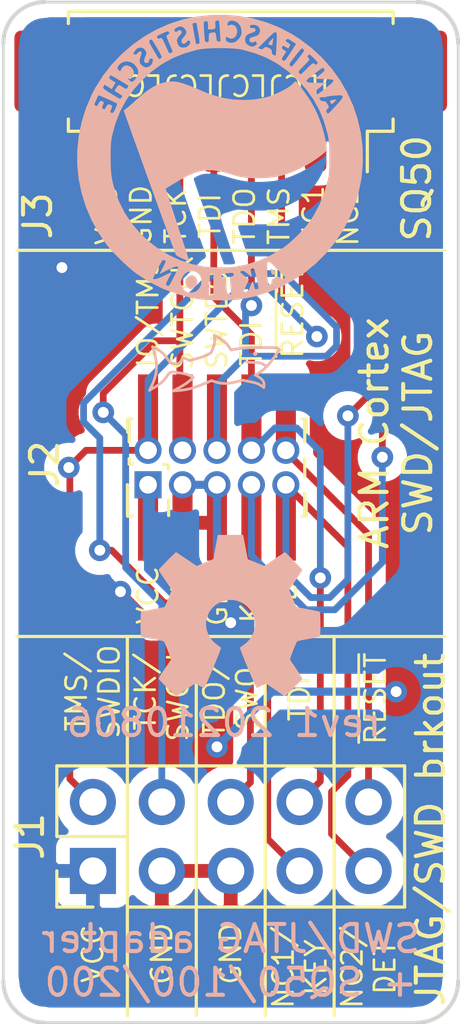
<source format=kicad_pcb>
(kicad_pcb (version 20171130) (host pcbnew 5.1.10)

  (general
    (thickness 1.6)
    (drawings 122)
    (tracks 124)
    (zones 0)
    (modules 6)
    (nets 10)
  )

  (page A4)
  (layers
    (0 F.Cu signal)
    (31 B.Cu signal)
    (32 B.Adhes user)
    (33 F.Adhes user)
    (34 B.Paste user)
    (35 F.Paste user)
    (36 B.SilkS user)
    (37 F.SilkS user)
    (38 B.Mask user)
    (39 F.Mask user)
    (40 Dwgs.User user hide)
    (41 Cmts.User user)
    (42 Eco1.User user)
    (43 Eco2.User user)
    (44 Edge.Cuts user)
    (45 Margin user)
    (46 B.CrtYd user)
    (47 F.CrtYd user)
    (48 B.Fab user)
    (49 F.Fab user hide)
  )

  (setup
    (last_trace_width 0.25)
    (trace_clearance 0.2)
    (zone_clearance 0.508)
    (zone_45_only no)
    (trace_min 0.2)
    (via_size 0.8)
    (via_drill 0.4)
    (via_min_size 0.4)
    (via_min_drill 0.3)
    (uvia_size 0.3)
    (uvia_drill 0.1)
    (uvias_allowed no)
    (uvia_min_size 0.2)
    (uvia_min_drill 0.1)
    (edge_width 0.05)
    (segment_width 0.2)
    (pcb_text_width 0.3)
    (pcb_text_size 1.5 1.5)
    (mod_edge_width 0.12)
    (mod_text_size 1 1)
    (mod_text_width 0.15)
    (pad_size 0.74 2.79)
    (pad_drill 0)
    (pad_to_mask_clearance 0)
    (aux_axis_origin 0 0)
    (visible_elements FFFFFF7F)
    (pcbplotparams
      (layerselection 0x010fc_ffffffff)
      (usegerberextensions false)
      (usegerberattributes true)
      (usegerberadvancedattributes true)
      (creategerberjobfile true)
      (excludeedgelayer true)
      (linewidth 0.100000)
      (plotframeref false)
      (viasonmask false)
      (mode 1)
      (useauxorigin false)
      (hpglpennumber 1)
      (hpglpenspeed 20)
      (hpglpendiameter 15.000000)
      (psnegative false)
      (psa4output false)
      (plotreference true)
      (plotvalue true)
      (plotinvisibletext false)
      (padsonsilk false)
      (subtractmaskfromsilk false)
      (outputformat 1)
      (mirror false)
      (drillshape 0)
      (scaleselection 1)
      (outputdirectory "gerber/2side/"))
  )

  (net 0 "")
  (net 1 /~RESET~)
  (net 2 /UNK2_GNDdetect)
  (net 3 /TDI)
  (net 4 /UNK1_KEY)
  (net 5 /SWO_TDO)
  (net 6 /GND)
  (net 7 /SWCLK_TCK)
  (net 8 /SWDIO_TMS)
  (net 9 /VCC)

  (net_class Default "This is the default net class."
    (clearance 0.2)
    (trace_width 0.25)
    (via_dia 0.8)
    (via_drill 0.4)
    (uvia_dia 0.3)
    (uvia_drill 0.1)
    (add_net /SWCLK_TCK)
    (add_net /SWDIO_TMS)
    (add_net /SWO_TDO)
    (add_net /TDI)
    (add_net /UNK1_KEY)
    (add_net /UNK2_GNDdetect)
    (add_net /~RESET~)
  )

  (net_class GND ""
    (clearance 0.2)
    (trace_width 0.3)
    (via_dia 0.8)
    (via_drill 0.4)
    (uvia_dia 0.3)
    (uvia_drill 0.1)
    (add_net /GND)
  )

  (net_class VCC ""
    (clearance 0.2)
    (trace_width 0.3)
    (via_dia 0.8)
    (via_drill 0.4)
    (uvia_dia 0.3)
    (uvia_drill 0.1)
    (add_net /VCC)
  )

  (module Connector_PinHeader_1.27mm:PinHeader_2x05_P1.27mm_Vertical (layer F.Cu) (tedit 610EEBF0) (tstamp 610DCBE1)
    (at 156.972 70.866 90)
    (descr "Through hole straight pin header, 2x05, 1.27mm pitch, double rows")
    (tags "Through hole pin header THT 2x05 1.27mm double row")
    (path /610D732C)
    (fp_text reference J2 (at 0.762 -3.81 90) (layer F.SilkS)
      (effects (font (size 1 1) (thickness 0.15)))
    )
    (fp_text value Conn_02x05_Odd_Even (at 0.635 6.775 90) (layer F.Fab)
      (effects (font (size 1 1) (thickness 0.15)))
    )
    (fp_line (start -0.2175 -0.635) (end 2.34 -0.635) (layer F.Fab) (width 0.1))
    (fp_line (start 2.34 -0.635) (end 2.34 5.715) (layer F.Fab) (width 0.1))
    (fp_line (start 2.34 5.715) (end -1.07 5.715) (layer F.Fab) (width 0.1))
    (fp_line (start -1.07 5.715) (end -1.07 0.2175) (layer F.Fab) (width 0.1))
    (fp_line (start -1.07 0.2175) (end -0.2175 -0.635) (layer F.Fab) (width 0.1))
    (fp_line (start -1.13 5.775) (end -0.30753 5.775) (layer F.SilkS) (width 0.12))
    (fp_line (start 1.57753 5.775) (end 2.4 5.775) (layer F.SilkS) (width 0.12))
    (fp_line (start 0.30753 5.775) (end 0.96247 5.775) (layer F.SilkS) (width 0.12))
    (fp_line (start -1.13 0.76) (end -0.563471 0.76) (layer F.SilkS) (width 0.12))
    (fp_line (start 0.563471 0.76) (end 0.706529 0.76) (layer F.SilkS) (width 0.12))
    (fp_line (start 0.76 0.706529) (end 0.76 0.563471) (layer F.SilkS) (width 0.12))
    (fp_line (start 0.76 -0.563471) (end 0.76 -0.695) (layer F.SilkS) (width 0.12))
    (fp_line (start 0.76 -0.695) (end 0.96247 -0.695) (layer F.SilkS) (width 0.12))
    (fp_line (start 1.57753 -0.695) (end 2.4 -0.695) (layer F.SilkS) (width 0.12))
    (fp_line (start -1.13 -0.76) (end 0 -0.76) (layer F.SilkS) (width 0.12))
    (fp_line (start -1.6 -1.15) (end -1.6 6.25) (layer F.CrtYd) (width 0.05))
    (fp_line (start -1.6 6.25) (end 2.85 6.25) (layer F.CrtYd) (width 0.05))
    (fp_line (start 2.85 6.25) (end 2.85 -1.15) (layer F.CrtYd) (width 0.05))
    (fp_line (start 2.85 -1.15) (end -1.6 -1.15) (layer F.CrtYd) (width 0.05))
    (fp_text user %R (at 0.635 2.54 180) (layer F.Fab)
      (effects (font (size 1 1) (thickness 0.15)))
    )
    (pad 10 thru_hole oval (at 1.27 5.08 90) (size 1 1) (drill 0.65) (layers *.Cu *.Mask)
      (net 1 /~RESET~))
    (pad 9 thru_hole oval (at 0 5.08 90) (size 1 1) (drill 0.65) (layers *.Cu *.Mask)
      (net 2 /UNK2_GNDdetect))
    (pad 8 thru_hole oval (at 1.27 3.81 90) (size 1 1) (drill 0.65) (layers *.Cu *.Mask)
      (net 3 /TDI))
    (pad 7 thru_hole oval (at 0 3.81 90) (size 1 1) (drill 0.65) (layers *.Cu *.Mask)
      (net 4 /UNK1_KEY))
    (pad 6 thru_hole oval (at 1.27 2.54 90) (size 1 1) (drill 0.65) (layers *.Cu *.Mask)
      (net 5 /SWO_TDO))
    (pad 5 thru_hole oval (at 0 2.54 90) (size 1 1) (drill 0.65) (layers *.Cu *.Mask)
      (net 6 /GND))
    (pad 4 thru_hole oval (at 1.27 1.27 90) (size 1 1) (drill 0.65) (layers *.Cu *.Mask)
      (net 7 /SWCLK_TCK))
    (pad 3 thru_hole oval (at 0 1.27 90) (size 1 1) (drill 0.65) (layers *.Cu *.Mask)
      (net 6 /GND))
    (pad 2 thru_hole oval (at 1.27 0 90) (size 1 1) (drill 0.65) (layers *.Cu *.Mask)
      (net 8 /SWDIO_TMS))
    (pad 1 thru_hole rect (at 0 0 90) (size 1 1) (drill 0.65) (layers *.Cu *.Mask)
      (net 9 /VCC))
    (model ${KISYS3DMOD}/Connector_PinHeader_1.27mm.3dshapes/PinHeader_2x05_P1.27mm_Vertical.wrl
      (at (xyz 0 0 0))
      (scale (xyz 1 1 1))
      (rotate (xyz 0 0 0))
    )
  )

  (module "lethalbit-graphics:Antifaschistische Aktion_100dpi" (layer B.Cu) (tedit 5ED55DB4) (tstamp 610F5919)
    (at 159.639 58.801 180)
    (fp_text reference G1 (at 0 0) (layer B.SilkS) hide
      (effects (font (size 1.524 1.524) (thickness 0.3)) (justify mirror))
    )
    (fp_text value LOGO (at 0.75 0) (layer B.SilkS) hide
      (effects (font (size 1.524 1.524) (thickness 0.3)) (justify mirror))
    )
    (fp_poly (pts (xy -3.807608 0.004652) (xy -3.609426 -0.143479) (xy -3.386094 -0.294041) (xy -3.15926 -0.43312)
      (xy -2.950573 -0.5468) (xy -2.946729 -0.548721) (xy -2.61718 -0.69617) (xy -2.298889 -0.801213)
      (xy -1.975117 -0.867722) (xy -1.629123 -0.899564) (xy -1.411111 -0.90367) (xy -1.181853 -0.898808)
      (xy -0.980647 -0.884178) (xy -0.789774 -0.856918) (xy -0.591519 -0.814165) (xy -0.368165 -0.753056)
      (xy -0.241172 -0.714609) (xy -0.076095 -0.665263) (xy 0.052573 -0.632152) (xy 0.161463 -0.612199)
      (xy 0.267202 -0.602326) (xy 0.381 -0.599476) (xy 0.524352 -0.602337) (xy 0.633725 -0.614739)
      (xy 0.731267 -0.640254) (xy 0.803947 -0.667655) (xy 0.892365 -0.709571) (xy 0.956346 -0.750584)
      (xy 0.980716 -0.779256) (xy 0.972769 -0.812844) (xy 0.947132 -0.894645) (xy 0.905474 -1.019848)
      (xy 0.849465 -1.183647) (xy 0.780776 -1.381231) (xy 0.701075 -1.607794) (xy 0.612034 -1.858526)
      (xy 0.515323 -2.12862) (xy 0.426894 -2.37381) (xy -0.134748 -3.926032) (xy -0.286096 -3.930422)
      (xy -0.381535 -3.930489) (xy -0.459123 -3.925837) (xy -0.486833 -3.921297) (xy -0.528739 -3.892798)
      (xy -0.536222 -3.87173) (xy -0.527502 -3.83696) (xy -0.502793 -3.7555) (xy -0.464276 -3.634097)
      (xy -0.414129 -3.479503) (xy -0.354531 -3.298466) (xy -0.287661 -3.097736) (xy -0.253316 -2.995467)
      (xy -0.171646 -2.755055) (xy -0.106429 -2.5627) (xy -0.058182 -2.412312) (xy -0.027424 -2.297797)
      (xy -0.01467 -2.213066) (xy -0.02044 -2.152027) (xy -0.045251 -2.108588) (xy -0.089621 -2.076659)
      (xy -0.154067 -2.050147) (xy -0.239107 -2.022962) (xy -0.338667 -1.991223) (xy -0.466105 -1.95)
      (xy -0.559723 -1.925392) (xy -0.638794 -1.914855) (xy -0.722593 -1.915847) (xy -0.830392 -1.925824)
      (xy -0.832556 -1.926057) (xy -0.945929 -1.934964) (xy -1.097666 -1.942187) (xy -1.269698 -1.947088)
      (xy -1.443952 -1.949028) (xy -1.481667 -1.948991) (xy -1.728381 -1.942651) (xy -1.937042 -1.923021)
      (xy -2.125235 -1.886333) (xy -2.310543 -1.828817) (xy -2.51055 -1.746705) (xy -2.585175 -1.712444)
      (xy -2.83713 -1.580951) (xy -3.052684 -1.436379) (xy -3.251869 -1.264405) (xy -3.349333 -1.166037)
      (xy -3.497736 -0.988231) (xy -3.631794 -0.786622) (xy -3.744586 -0.574747) (xy -3.829188 -0.366145)
      (xy -3.878678 -0.174355) (xy -3.886218 -0.116032) (xy -3.903993 0.081524) (xy -3.807608 0.004652)) (layer B.Mask) (width 0.01))
    (fp_poly (pts (xy -1.866693 4.305664) (xy -1.807251 4.239293) (xy -1.779075 4.184886) (xy -1.786361 4.152941)
      (xy -1.803914 4.148667) (xy -1.851211 4.139358) (xy -1.87447 4.131536) (xy -1.90916 4.13308)
      (xy -1.919495 4.180613) (xy -1.919497 4.180925) (xy -1.927043 4.263192) (xy -1.937634 4.318)
      (xy -1.955385 4.388556) (xy -1.866693 4.305664)) (layer B.SilkS) (width 0.01))
    (fp_poly (pts (xy -4.16496 2.111648) (xy -4.078792 2.095355) (xy -4.044827 2.062762) (xy -4.060304 2.010414)
      (xy -4.071229 1.994306) (xy -4.097252 1.966972) (xy -4.125091 1.970716) (xy -4.169902 2.010382)
      (xy -4.191554 2.032761) (xy -4.275667 2.120739) (xy -4.16496 2.111648)) (layer B.SilkS) (width 0.01))
    (fp_poly (pts (xy -2.747553 2.775422) (xy -2.69591 2.727535) (xy -2.650396 2.681914) (xy -2.562809 2.610133)
      (xy -2.433994 2.528245) (xy -2.276724 2.442562) (xy -2.103774 2.359397) (xy -1.927919 2.285064)
      (xy -1.761933 2.225873) (xy -1.679222 2.201995) (xy -1.281542 2.127208) (xy -0.867853 2.101513)
      (xy -0.448452 2.124063) (xy -0.033636 2.194008) (xy 0.3663 2.310502) (xy 0.558188 2.386251)
      (xy 0.826282 2.501075) (xy 1.050066 2.593657) (xy 1.236275 2.665846) (xy 1.391645 2.719489)
      (xy 1.522913 2.756434) (xy 1.636813 2.778529) (xy 1.740081 2.787622) (xy 1.839453 2.78556)
      (xy 1.941664 2.774192) (xy 1.961423 2.771216) (xy 2.145295 2.731623) (xy 2.321967 2.668853)
      (xy 2.499427 2.578244) (xy 2.68566 2.455131) (xy 2.888652 2.294852) (xy 3.104444 2.103774)
      (xy 3.217825 2.000998) (xy 3.322937 1.90886) (xy 3.409779 1.835907) (xy 3.468351 1.790689)
      (xy 3.478389 1.784122) (xy 3.532095 1.74597) (xy 3.55593 1.717237) (xy 3.556 1.716286)
      (xy 3.546629 1.686741) (xy 3.519569 1.608516) (xy 3.476398 1.485981) (xy 3.418695 1.323509)
      (xy 3.348039 1.125472) (xy 3.266008 0.896243) (xy 3.174182 0.640194) (xy 3.074138 0.361698)
      (xy 2.967457 0.065126) (xy 2.855716 -0.245149) (xy 2.740494 -0.564755) (xy 2.62337 -0.889319)
      (xy 2.505923 -1.21447) (xy 2.389732 -1.535834) (xy 2.276374 -1.849039) (xy 2.16743 -2.149714)
      (xy 2.064477 -2.433485) (xy 1.969094 -2.695982) (xy 1.882861 -2.93283) (xy 1.807355 -3.139658)
      (xy 1.744156 -3.312094) (xy 1.694842 -3.445765) (xy 1.660993 -3.536299) (xy 1.644186 -3.579324)
      (xy 1.642914 -3.582011) (xy 1.60647 -3.616062) (xy 1.537989 -3.65911) (xy 1.4502 -3.705393)
      (xy 1.35583 -3.749151) (xy 1.267608 -3.784621) (xy 1.198262 -3.806044) (xy 1.160519 -3.807657)
      (xy 1.157111 -3.801905) (xy 1.165664 -3.774104) (xy 1.190199 -3.697861) (xy 1.229026 -3.578343)
      (xy 1.280457 -3.420716) (xy 1.342804 -3.230147) (xy 1.414378 -3.011802) (xy 1.49349 -2.770847)
      (xy 1.578453 -2.512448) (xy 1.590661 -2.47535) (xy 2.024212 -1.157964) (xy 1.76705 -0.997442)
      (xy 1.468365 -0.819133) (xy 1.201662 -0.67927) (xy 0.95911 -0.576287) (xy 0.732877 -0.508622)
      (xy 0.51513 -0.474709) (xy 0.298037 -0.472985) (xy 0.073767 -0.501886) (xy -0.165514 -0.559847)
      (xy -0.267908 -0.59105) (xy -0.502654 -0.661991) (xy -0.705459 -0.712363) (xy -0.895633 -0.745248)
      (xy -1.092486 -0.76373) (xy -1.315326 -0.77089) (xy -1.397 -0.771294) (xy -1.769914 -0.755857)
      (xy -2.111696 -0.706939) (xy -2.439293 -0.620629) (xy -2.769653 -0.493014) (xy -2.931926 -0.417051)
      (xy -3.087524 -0.335461) (xy -3.250139 -0.241365) (xy -3.411505 -0.140489) (xy -3.563357 -0.038562)
      (xy -3.697431 0.058691) (xy -3.80546 0.145544) (xy -3.879181 0.216268) (xy -3.908844 0.259842)
      (xy -3.91381 0.321307) (xy -3.904409 0.425835) (xy -3.882797 0.562517) (xy -3.851129 0.720443)
      (xy -3.811559 0.888704) (xy -3.766244 1.056391) (xy -3.725338 1.188756) (xy -3.612348 1.497199)
      (xy -3.484904 1.775401) (xy -3.330444 2.049532) (xy -3.254465 2.169792) (xy -3.183369 2.275239)
      (xy -3.101415 2.390472) (xy -3.015645 2.506353) (xy -2.933104 2.613744) (xy -2.860832 2.703506)
      (xy -2.805874 2.766502) (xy -2.775271 2.793592) (xy -2.773408 2.794) (xy -2.747553 2.775422)) (layer B.SilkS) (width 0.01))
    (fp_poly (pts (xy -3.807608 -0.006316) (xy -3.609426 -0.154447) (xy -3.386094 -0.305009) (xy -3.15926 -0.444088)
      (xy -2.950573 -0.557768) (xy -2.946729 -0.559689) (xy -2.61718 -0.707138) (xy -2.298889 -0.812181)
      (xy -1.975117 -0.87869) (xy -1.629123 -0.910532) (xy -1.411111 -0.914638) (xy -1.181853 -0.909776)
      (xy -0.980647 -0.895146) (xy -0.789774 -0.867886) (xy -0.591519 -0.825133) (xy -0.368165 -0.764024)
      (xy -0.241172 -0.725577) (xy -0.076095 -0.676231) (xy 0.052573 -0.64312) (xy 0.161463 -0.623167)
      (xy 0.267202 -0.613294) (xy 0.381 -0.610444) (xy 0.524352 -0.613305) (xy 0.633725 -0.625707)
      (xy 0.731267 -0.651222) (xy 0.803947 -0.678623) (xy 0.892365 -0.720539) (xy 0.956346 -0.761552)
      (xy 0.980716 -0.790224) (xy 0.972769 -0.823812) (xy 0.947132 -0.905613) (xy 0.905474 -1.030816)
      (xy 0.849465 -1.194615) (xy 0.780776 -1.392199) (xy 0.701075 -1.618762) (xy 0.612034 -1.869494)
      (xy 0.515323 -2.139588) (xy 0.426894 -2.384778) (xy -0.134748 -3.937) (xy -0.286096 -3.94139)
      (xy -0.381535 -3.941457) (xy -0.459123 -3.936805) (xy -0.486833 -3.932265) (xy -0.528739 -3.903766)
      (xy -0.536222 -3.882698) (xy -0.527502 -3.847928) (xy -0.502793 -3.766468) (xy -0.464276 -3.645065)
      (xy -0.414129 -3.490471) (xy -0.354531 -3.309434) (xy -0.287661 -3.108704) (xy -0.253316 -3.006435)
      (xy -0.171646 -2.766023) (xy -0.106429 -2.573668) (xy -0.058182 -2.42328) (xy -0.027424 -2.308765)
      (xy -0.01467 -2.224034) (xy -0.02044 -2.162995) (xy -0.045251 -2.119556) (xy -0.089621 -2.087627)
      (xy -0.154067 -2.061115) (xy -0.239107 -2.03393) (xy -0.338667 -2.002191) (xy -0.466105 -1.960968)
      (xy -0.559723 -1.93636) (xy -0.638794 -1.925823) (xy -0.722593 -1.926815) (xy -0.830392 -1.936792)
      (xy -0.832556 -1.937025) (xy -0.945929 -1.945932) (xy -1.097666 -1.953155) (xy -1.269698 -1.958056)
      (xy -1.443952 -1.959996) (xy -1.481667 -1.959959) (xy -1.728381 -1.953619) (xy -1.937042 -1.933989)
      (xy -2.125235 -1.897301) (xy -2.310543 -1.839785) (xy -2.51055 -1.757673) (xy -2.585175 -1.723412)
      (xy -2.83713 -1.591919) (xy -3.052684 -1.447347) (xy -3.251869 -1.275373) (xy -3.349333 -1.177005)
      (xy -3.497736 -0.999199) (xy -3.631794 -0.79759) (xy -3.744586 -0.585715) (xy -3.829188 -0.377113)
      (xy -3.878678 -0.185323) (xy -3.886218 -0.127) (xy -3.903993 0.070556) (xy -3.807608 -0.006316)) (layer B.Cu) (width 0.01))
    (fp_poly (pts (xy -1.865904 -4.129739) (xy -1.86548 -4.154056) (xy -1.877947 -4.257889) (xy -1.906187 -4.311539)
      (xy -1.953362 -4.319841) (xy -1.970534 -4.314645) (xy -2.036067 -4.290092) (xy -1.976275 -4.206122)
      (xy -1.917072 -4.131141) (xy -1.880895 -4.105969) (xy -1.865904 -4.129739)) (layer B.SilkS) (width 0.01))
    (fp_poly (pts (xy 1.143403 -4.368098) (xy 1.227959 -4.436383) (xy 1.278376 -4.509338) (xy 1.292652 -4.577509)
      (xy 1.287865 -4.626883) (xy 1.255936 -4.713241) (xy 1.197491 -4.790796) (xy 1.127947 -4.84251)
      (xy 1.082159 -4.854222) (xy 1.037938 -4.835417) (xy 0.974397 -4.787582) (xy 0.939051 -4.754695)
      (xy 0.879018 -4.688656) (xy 0.853344 -4.635984) (xy 0.852893 -4.574075) (xy 0.856348 -4.550084)
      (xy 0.895411 -4.441792) (xy 0.964134 -4.372959) (xy 1.050727 -4.347192) (xy 1.143403 -4.368098)) (layer B.SilkS) (width 0.01))
    (fp_poly (pts (xy 0.371264 5.234998) (xy 0.89812 5.174968) (xy 1.398803 5.067553) (xy 1.887889 4.908645)
      (xy 2.360752 4.698312) (xy 2.812792 4.440365) (xy 3.239404 4.138615) (xy 3.635988 3.796873)
      (xy 3.997939 3.418949) (xy 4.320657 3.008655) (xy 4.599537 2.569801) (xy 4.741124 2.300111)
      (xy 4.955344 1.796337) (xy 5.115212 1.281964) (xy 5.221048 0.760426) (xy 5.27317 0.235161)
      (xy 5.271898 -0.290398) (xy 5.217553 -0.812815) (xy 5.110453 -1.328653) (xy 4.950918 -1.834478)
      (xy 4.739267 -2.326854) (xy 4.475821 -2.802346) (xy 4.23316 -3.161236) (xy 4.108515 -3.317264)
      (xy 3.949815 -3.495082) (xy 3.76867 -3.683305) (xy 3.57669 -3.870549) (xy 3.385488 -4.04543)
      (xy 3.206673 -4.196564) (xy 3.076053 -4.295764) (xy 2.61549 -4.58961) (xy 2.137312 -4.831462)
      (xy 1.636733 -5.023327) (xy 1.108965 -5.167217) (xy 0.897779 -5.2102) (xy 0.73876 -5.232324)
      (xy 0.53777 -5.249117) (xy 0.30905 -5.260369) (xy 0.06684 -5.265874) (xy -0.174618 -5.265422)
      (xy -0.401085 -5.258806) (xy -0.59832 -5.245817) (xy -0.705556 -5.233653) (xy -1.23149 -5.131764)
      (xy -1.737759 -4.979091) (xy -2.08671 -4.834396) (xy -1.40928 -4.834396) (xy -1.408572 -4.836793)
      (xy -1.375339 -4.852441) (xy -1.335776 -4.866007) (xy -1.298097 -4.872578) (xy -1.27252 -4.857423)
      (xy -1.253093 -4.810339) (xy -1.233861 -4.721127) (xy -1.226077 -4.67808) (xy -1.209294 -4.614103)
      (xy -1.19063 -4.58526) (xy -1.185904 -4.585758) (xy -1.165527 -4.617321) (xy -1.133716 -4.686429)
      (xy -1.101486 -4.767366) (xy -1.056371 -4.871448) (xy -1.014439 -4.928892) (xy -0.977876 -4.947567)
      (xy -0.892021 -4.96182) (xy -0.852096 -4.961236) (xy -0.846667 -4.954563) (xy -0.857583 -4.924894)
      (xy -0.886676 -4.8567) (xy -0.928467 -4.762704) (xy -0.945445 -4.725262) (xy -0.990333 -4.626095)
      (xy -1.024558 -4.549218) (xy -1.042684 -4.50689) (xy -1.044222 -4.50245) (xy -1.023642 -4.483612)
      (xy -0.96908 -4.439109) (xy -0.8913 -4.377677) (xy -0.871003 -4.361874) (xy -0.808913 -4.311138)
      (xy -0.488071 -4.311138) (xy -0.487393 -4.360467) (xy -0.450623 -4.385831) (xy -0.41698 -4.394059)
      (xy -0.358975 -4.412833) (xy -0.343183 -4.448095) (xy -0.348069 -4.484953) (xy -0.357149 -4.546883)
      (xy -0.36832 -4.646723) (xy -0.379585 -4.766086) (xy -0.382886 -4.805438) (xy -0.402873 -5.051778)
      (xy -0.331496 -5.051778) (xy -0.269307 -5.033815) (xy -0.244599 -4.988278) (xy -0.235306 -4.931679)
      (xy -0.224077 -4.836248) (xy -0.21289 -4.719461) (xy -0.209436 -4.677833) (xy -0.189794 -4.430889)
      (xy -0.109008 -4.430889) (xy -0.050307 -4.422402) (xy -0.02966 -4.386983) (xy -0.028222 -4.360333)
      (xy -0.040324 -4.306753) (xy -0.061676 -4.289778) (xy 0.254 -4.289778) (xy 0.254 -5.08)
      (xy 0.431911 -5.08) (xy 0.413511 -4.779276) (xy 0.405763 -4.643821) (xy 0.401462 -4.556837)
      (xy 0.690191 -4.556837) (xy 0.7084 -4.695117) (xy 0.729698 -4.752794) (xy 0.811434 -4.875907)
      (xy 0.923345 -4.957965) (xy 1.0543 -4.994911) (xy 1.193173 -4.982687) (xy 1.273619 -4.951128)
      (xy 1.345474 -4.889517) (xy 1.409561 -4.793352) (xy 1.453847 -4.684364) (xy 1.466936 -4.602077)
      (xy 1.443354 -4.483124) (xy 1.378827 -4.365168) (xy 1.285738 -4.267696) (xy 1.232217 -4.232662)
      (xy 1.100434 -4.18916) (xy 0.975605 -4.19463) (xy 0.864949 -4.241604) (xy 0.775683 -4.32261)
      (xy 0.715024 -4.430178) (xy 0.690191 -4.556837) (xy 0.401462 -4.556837) (xy 0.399626 -4.519713)
      (xy 0.395885 -4.423847) (xy 0.395111 -4.384165) (xy 0.389242 -4.31928) (xy 0.363258 -4.293526)
      (xy 0.324555 -4.289778) (xy 0.254 -4.289778) (xy -0.061676 -4.289778) (xy -0.0635 -4.288328)
      (xy -0.108231 -4.284618) (xy -0.190709 -4.276332) (xy -0.2871 -4.265922) (xy -0.387311 -4.255847)
      (xy -0.444835 -4.255663) (xy -0.473007 -4.26837) (xy -0.485162 -4.29697) (xy -0.488071 -4.311138)
      (xy -0.808913 -4.311138) (xy -0.78238 -4.289457) (xy -0.736361 -4.241578) (xy -0.728001 -4.212359)
      (xy -0.736948 -4.202555) (xy -0.803483 -4.179352) (xy -0.877079 -4.195869) (xy -0.967673 -4.255304)
      (xy -1.008976 -4.29012) (xy -1.078255 -4.34783) (xy -1.129366 -4.38431) (xy -1.149217 -4.391746)
      (xy -1.1497 -4.359975) (xy -1.137122 -4.293962) (xy -1.129481 -4.263753) (xy -1.111214 -4.169104)
      (xy -1.122355 -4.115513) (xy -1.166335 -4.093925) (xy -1.19448 -4.092222) (xy -1.220738 -4.096587)
      (xy -1.242302 -4.115433) (xy -1.262556 -4.157382) (xy -1.28488 -4.23106) (xy -1.312658 -4.345091)
      (xy -1.338441 -4.459299) (xy -1.367732 -4.595317) (xy -1.390598 -4.710147) (xy -1.405095 -4.793327)
      (xy -1.40928 -4.834396) (xy -2.08671 -4.834396) (xy -2.221523 -4.778495) (xy -2.679942 -4.532839)
      (xy -2.829298 -4.43291) (xy -2.398889 -4.43291) (xy -2.376315 -4.455934) (xy -2.331043 -4.480964)
      (xy -2.271912 -4.4964) (xy -2.225449 -4.469566) (xy -2.21378 -4.457271) (xy -2.164688 -4.415576)
      (xy -2.111189 -4.406557) (xy -2.035895 -4.429663) (xy -1.990624 -4.450227) (xy -1.923336 -4.490495)
      (xy -1.895328 -4.537753) (xy -1.890889 -4.589269) (xy -1.882971 -4.654352) (xy -1.84904 -4.689314)
      (xy -1.77459 -4.709837) (xy -1.762529 -4.686182) (xy -1.749235 -4.621527) (xy -1.739976 -4.550833)
      (xy -1.731311 -4.443797) (xy -1.723758 -4.306434) (xy -1.718696 -4.164861) (xy -1.718055 -4.135807)
      (xy -1.717663 -4.000889) (xy -1.725642 -3.908454) (xy -1.746777 -3.858307) (xy -1.78585 -3.850255)
      (xy -1.847645 -3.884104) (xy -1.936945 -3.959659) (xy -2.058535 -4.076727) (xy -2.102335 -4.120224)
      (xy -2.206386 -4.225016) (xy -2.294479 -4.315825) (xy -2.359599 -4.385254) (xy -2.394731 -4.425905)
      (xy -2.398889 -4.43291) (xy -2.829298 -4.43291) (xy -3.110177 -4.244985) (xy -3.509389 -3.917795)
      (xy -3.874737 -3.554132) (xy -4.203383 -3.156857) (xy -4.492487 -2.728833) (xy -4.739209 -2.272922)
      (xy -4.94071 -1.791986) (xy -5.09415 -1.288888) (xy -5.196691 -0.766489) (xy -5.206167 -0.697054)
      (xy -5.248593 -0.156599) (xy -5.245305 -0.014111) (xy -4.021258 -0.014111) (xy -4.019998 -0.234682)
      (xy -4.015737 -0.410003) (xy -4.007746 -0.551224) (xy -3.9953 -0.669493) (xy -3.977672 -0.775959)
      (xy -3.968854 -0.818444) (xy -3.838636 -1.291786) (xy -3.659541 -1.739212) (xy -3.428752 -2.167367)
      (xy -3.335026 -2.314222) (xy -3.2167 -2.473921) (xy -3.063897 -2.65282) (xy -2.88878 -2.838762)
      (xy -2.703512 -3.019591) (xy -2.520256 -3.183148) (xy -2.351173 -3.317278) (xy -2.286 -3.362782)
      (xy -1.864325 -3.610468) (xy -1.42494 -3.807499) (xy -0.972796 -3.951992) (xy -0.512843 -4.042064)
      (xy -0.493889 -4.044569) (xy -0.389995 -4.052939) (xy -0.245063 -4.057861) (xy -0.074388 -4.059495)
      (xy 0.10674 -4.057997) (xy 0.283027 -4.053525) (xy 0.439181 -4.046236) (xy 0.488621 -4.042163)
      (xy 1.552302 -4.042163) (xy 1.553168 -4.070345) (xy 1.570723 -4.120586) (xy 1.607406 -4.200862)
      (xy 1.665652 -4.31915) (xy 1.708296 -4.404366) (xy 1.781553 -4.548996) (xy 1.835776 -4.648867)
      (xy 1.876698 -4.709944) (xy 1.910051 -4.73819) (xy 1.941567 -4.739566) (xy 1.976977 -4.720038)
      (xy 1.997172 -4.704888) (xy 2.009242 -4.679129) (xy 1.998483 -4.630612) (xy 1.961889 -4.550268)
      (xy 1.919561 -4.470723) (xy 1.86764 -4.374521) (xy 1.828232 -4.298459) (xy 1.807741 -4.255015)
      (xy 1.806222 -4.249913) (xy 1.829831 -4.25576) (xy 1.894005 -4.282375) (xy 1.988768 -4.325395)
      (xy 2.09682 -4.376899) (xy 2.25442 -4.448578) (xy 2.368597 -4.488679) (xy 2.442314 -4.497777)
      (xy 2.478539 -4.476448) (xy 2.483555 -4.452078) (xy 2.471032 -4.417453) (xy 2.436749 -4.343295)
      (xy 2.385643 -4.239802) (xy 2.322647 -4.117176) (xy 2.308533 -4.09026) (xy 2.236992 -3.955829)
      (xy 2.185465 -3.864662) (xy 2.148488 -3.809657) (xy 2.120597 -3.783713) (xy 2.096326 -3.779728)
      (xy 2.0757 -3.787652) (xy 2.026895 -3.814039) (xy 2.00905 -3.825013) (xy 2.016936 -3.851645)
      (xy 2.045451 -3.916863) (xy 2.089383 -4.009074) (xy 2.115477 -4.061635) (xy 2.230744 -4.290889)
      (xy 1.944205 -4.147097) (xy 1.795144 -4.075982) (xy 1.687706 -4.033668) (xy 1.616235 -4.018119)
      (xy 1.590893 -4.020064) (xy 1.56569 -4.028061) (xy 1.552302 -4.042163) (xy 0.488621 -4.042163)
      (xy 0.559911 -4.03629) (xy 0.582304 -4.03347) (xy 1.03697 -3.942549) (xy 1.474755 -3.800452)
      (xy 1.891674 -3.610494) (xy 2.283742 -3.375991) (xy 2.646973 -3.100259) (xy 2.977383 -2.786613)
      (xy 3.270987 -2.438369) (xy 3.523799 -2.058843) (xy 3.731834 -1.65135) (xy 3.865078 -1.302152)
      (xy 3.927136 -1.103265) (xy 3.973895 -0.928369) (xy 4.007385 -0.763278) (xy 4.029637 -0.593805)
      (xy 4.042682 -0.405766) (xy 4.048551 -0.184974) (xy 4.04948 -0.014111) (xy 4.04822 0.20646)
      (xy 4.043959 0.381781) (xy 4.035968 0.523002) (xy 4.023522 0.641271) (xy 4.005894 0.747737)
      (xy 3.997075 0.790222) (xy 3.870623 1.255956) (xy 3.701241 1.68706) (xy 3.544349 1.980002)
      (xy 3.806348 1.980002) (xy 3.808192 1.946937) (xy 3.830052 1.877995) (xy 3.867208 1.788036)
      (xy 3.867624 1.787116) (xy 3.912961 1.69344) (xy 3.947203 1.642841) (xy 3.978882 1.625473)
      (xy 4.005332 1.62813) (xy 4.05222 1.649001) (xy 4.064 1.664956) (xy 4.053975 1.702797)
      (xy 4.029137 1.769544) (xy 4.021696 1.787688) (xy 3.996644 1.854665) (xy 3.997322 1.890089)
      (xy 4.025571 1.91355) (xy 4.033952 1.918134) (xy 4.108451 1.944608) (xy 4.162823 1.925558)
      (xy 4.209945 1.855938) (xy 4.214008 1.84757) (xy 4.248794 1.784629) (xy 4.279119 1.764999)
      (xy 4.318013 1.778007) (xy 4.356551 1.799567) (xy 4.370072 1.821068) (xy 4.360307 1.860629)
      (xy 4.332363 1.928266) (xy 4.3104 1.994936) (xy 4.307889 2.036022) (xy 4.311196 2.04025)
      (xy 4.381609 2.069418) (xy 4.429926 2.059023) (xy 4.472763 2.002851) (xy 4.48808 1.974092)
      (xy 4.526747 1.905858) (xy 4.557212 1.880125) (xy 4.593011 1.887304) (xy 4.603259 1.892515)
      (xy 4.642909 1.92868) (xy 4.647237 1.956553) (xy 4.586317 2.100703) (xy 4.542678 2.198827)
      (xy 4.51315 2.25751) (xy 4.494566 2.283338) (xy 4.488722 2.286) (xy 4.455235 2.274924)
      (xy 4.38284 2.24534) (xy 4.28373 2.202715) (xy 4.170098 2.152517) (xy 4.054137 2.100214)
      (xy 3.948038 2.051273) (xy 3.863994 2.011162) (xy 3.814197 1.985347) (xy 3.806348 1.980002)
      (xy 3.544349 1.980002) (xy 3.486248 2.088484) (xy 3.22296 2.465175) (xy 3.071184 2.637544)
      (xy 3.391435 2.637544) (xy 3.393753 2.608528) (xy 3.419519 2.562396) (xy 3.453203 2.522857)
      (xy 3.473823 2.511778) (xy 3.513081 2.52654) (xy 3.577893 2.563672) (xy 3.606382 2.582333)
      (xy 3.676866 2.62551) (xy 3.731022 2.650447) (xy 3.743208 2.652889) (xy 3.771604 2.632536)
      (xy 3.812665 2.583378) (xy 3.854101 2.52327) (xy 3.883621 2.470065) (xy 3.888934 2.441617)
      (xy 3.888758 2.441463) (xy 3.862125 2.424115) (xy 3.802617 2.386876) (xy 3.753555 2.356556)
      (xy 3.680591 2.311283) (xy 3.63035 2.279409) (xy 3.617213 2.270509) (xy 3.619819 2.241963)
      (xy 3.644962 2.19571) (xy 3.677351 2.155936) (xy 3.696628 2.144889) (xy 3.72951 2.159054)
      (xy 3.799451 2.197536) (xy 3.895908 2.254317) (xy 3.999024 2.317553) (xy 4.135268 2.402963)
      (xy 4.229936 2.464634) (xy 4.289341 2.508702) (xy 4.319796 2.541305) (xy 4.327615 2.568577)
      (xy 4.319112 2.596655) (xy 4.308029 2.617866) (xy 4.273408 2.68162) (xy 4.141374 2.597886)
      (xy 4.009339 2.514152) (xy 3.939885 2.630622) (xy 3.87043 2.747092) (xy 3.996427 2.826997)
      (xy 4.06907 2.876617) (xy 4.100792 2.912014) (xy 4.100384 2.945701) (xy 4.092219 2.96334)
      (xy 4.05801 3.007974) (xy 4.035535 3.019778) (xy 4.006071 3.006107) (xy 3.939792 2.96955)
      (xy 3.847961 2.916792) (xy 3.741843 2.854516) (xy 3.6327 2.789408) (xy 3.531797 2.728152)
      (xy 3.450398 2.677431) (xy 3.399765 2.64393) (xy 3.391435 2.637544) (xy 3.071184 2.637544)
      (xy 2.908694 2.82208) (xy 2.878757 2.852455) (xy 2.56751 3.134551) (xy 3.019778 3.134551)
      (xy 3.041517 3.025873) (xy 3.097617 2.914591) (xy 3.174403 2.827738) (xy 3.175386 2.826961)
      (xy 3.239145 2.780878) (xy 3.281576 2.772033) (xy 3.324734 2.801555) (xy 3.358444 2.836333)
      (xy 3.424728 2.906889) (xy 3.363364 2.906889) (xy 3.297917 2.926209) (xy 3.245555 2.963333)
      (xy 3.196551 3.047722) (xy 3.193264 3.145315) (xy 3.231993 3.242041) (xy 3.309041 3.323827)
      (xy 3.346564 3.347508) (xy 3.453828 3.379672) (xy 3.548996 3.358269) (xy 3.624649 3.285531)
      (xy 3.639793 3.259294) (xy 3.671383 3.198408) (xy 3.690168 3.16357) (xy 3.690839 3.162457)
      (xy 3.713552 3.170993) (xy 3.757664 3.208909) (xy 3.759632 3.210867) (xy 3.799962 3.259663)
      (xy 3.801054 3.302879) (xy 3.781027 3.345736) (xy 3.696282 3.449385) (xy 3.581855 3.512923)
      (xy 3.450231 3.533762) (xy 3.313894 3.509315) (xy 3.219631 3.462093) (xy 3.126461 3.377448)
      (xy 3.056233 3.270165) (xy 3.021465 3.160756) (xy 3.019778 3.134551) (xy 2.56751 3.134551)
      (xy 2.532321 3.166444) (xy 2.165128 3.430796) (xy 1.927498 3.56228) (xy 2.483555 3.56228)
      (xy 2.509374 3.455) (xy 2.577991 3.367803) (xy 2.676145 3.314177) (xy 2.737555 3.303895)
      (xy 2.788428 3.31673) (xy 2.858647 3.350466) (xy 2.870854 3.357675) (xy 2.954108 3.43649)
      (xy 2.986239 3.536567) (xy 2.96508 3.651074) (xy 2.964415 3.6527) (xy 2.933639 3.741751)
      (xy 2.914213 3.819485) (xy 2.909519 3.875529) (xy 2.931961 3.892609) (xy 2.966123 3.890041)
      (xy 3.030838 3.858753) (xy 3.061993 3.821096) (xy 3.09607 3.779402) (xy 3.147595 3.782552)
      (xy 3.156995 3.785861) (xy 3.222479 3.810085) (xy 3.169093 3.901765) (xy 3.09026 3.99514)
      (xy 2.996695 4.042772) (xy 2.899994 4.044204) (xy 2.811749 3.998978) (xy 2.74929 3.918293)
      (xy 2.726299 3.864304) (xy 2.724764 3.815601) (xy 2.746366 3.749718) (xy 2.765176 3.706009)
      (xy 2.803851 3.592175) (xy 2.802931 3.516186) (xy 2.762673 3.479181) (xy 2.713966 3.476748)
      (xy 2.655029 3.497506) (xy 2.631247 3.55253) (xy 2.629847 3.563056) (xy 2.611651 3.621391)
      (xy 2.565776 3.640251) (xy 2.552236 3.640667) (xy 2.50169 3.630123) (xy 2.484445 3.587304)
      (xy 2.483555 3.56228) (xy 1.927498 3.56228) (xy 1.77224 3.648186) (xy 1.661552 3.693427)
      (xy 2.160975 3.693427) (xy 2.167771 3.669454) (xy 2.187309 3.651225) (xy 2.187611 3.651003)
      (xy 2.236786 3.620581) (xy 2.259884 3.612445) (xy 2.280227 3.63561) (xy 2.322327 3.699095)
      (xy 2.380521 3.793882) (xy 2.449148 3.910953) (xy 2.467662 3.943333) (xy 2.54305 4.077181)
      (xy 2.593001 4.170857) (xy 2.620722 4.232826) (xy 2.629419 4.271551) (xy 2.6223 4.295498)
      (xy 2.606667 4.310222) (xy 2.558242 4.339375) (xy 2.536816 4.346222) (xy 2.515858 4.323167)
      (xy 2.472853 4.259995) (xy 2.413588 4.165695) (xy 2.343846 4.049257) (xy 2.325538 4.017892)
      (xy 2.249201 3.885375) (xy 2.198473 3.79283) (xy 2.170137 3.7317) (xy 2.160975 3.693427)
      (xy 1.661552 3.693427) (xy 1.348718 3.82129) (xy 1.139264 3.881282) (xy 1.755565 3.881282)
      (xy 1.811259 3.848092) (xy 1.865532 3.829825) (xy 1.892851 3.832924) (xy 1.910297 3.865342)
      (xy 1.944934 3.937867) (xy 1.991322 4.0389) (xy 2.031583 4.128725) (xy 2.096018 4.266044)
      (xy 2.144898 4.351943) (xy 2.179694 4.388819) (xy 2.191898 4.389781) (xy 2.253718 4.364637)
      (xy 2.269339 4.358292) (xy 2.308947 4.367439) (xy 2.32836 4.402753) (xy 2.339791 4.453865)
      (xy 2.337966 4.472293) (xy 2.309435 4.487351) (xy 2.242661 4.519102) (xy 2.15095 4.561247)
      (xy 2.131278 4.570147) (xy 2.030915 4.61428) (xy 1.968849 4.63639) (xy 1.932352 4.638582)
      (xy 1.908695 4.62296) (xy 1.897473 4.608812) (xy 1.876038 4.564053) (xy 1.900222 4.529865)
      (xy 1.90803 4.523961) (xy 1.958766 4.491397) (xy 1.980877 4.480856) (xy 1.980333 4.45344)
      (xy 1.959597 4.385388) (xy 1.922314 4.287232) (xy 1.87683 4.180069) (xy 1.8261 4.063564)
      (xy 1.786204 3.967913) (xy 1.761412 3.903635) (xy 1.755565 3.881282) (xy 1.139264 3.881282)
      (xy 0.889624 3.952784) (xy 0.818444 3.968854) (xy 0.662246 3.993759) (xy 0.464274 4.011426)
      (xy 0.238734 4.021855) (xy -0.000168 4.025045) (xy -0.238229 4.020996) (xy -0.461243 4.00971)
      (xy -0.655004 3.991184) (xy -0.790222 3.968854) (xy -1.256474 3.842261) (xy -1.687866 3.672812)
      (xy -2.088995 3.458011) (xy -2.46446 3.195364) (xy -2.818859 2.882376) (xy -2.850765 2.850765)
      (xy -3.166027 2.501951) (xy -3.430609 2.134969) (xy -3.64761 1.744108) (xy -3.820128 1.323661)
      (xy -3.951261 0.867918) (xy -3.968854 0.790222) (xy -3.988797 0.685367) (xy -4.003263 0.573244)
      (xy -4.012978 0.442703) (xy -4.018668 0.282596) (xy -4.021061 0.081775) (xy -4.021258 -0.014111)
      (xy -5.245305 -0.014111) (xy -5.236271 0.37727) (xy -5.170799 0.901297) (xy -5.053776 1.412228)
      (xy -4.886798 1.90681) (xy -4.731739 2.248836) (xy -4.514794 2.248836) (xy -4.504912 2.19477)
      (xy -4.45048 2.111969) (xy -4.353306 1.996312) (xy -4.242282 1.87329) (xy -4.134617 1.756454)
      (xy -4.057901 1.676727) (xy -4.005677 1.628947) (xy -3.971489 1.607953) (xy -3.948881 1.608582)
      (xy -3.931837 1.625066) (xy -3.901726 1.679775) (xy -3.894667 1.708465) (xy -3.913826 1.750276)
      (xy -3.950679 1.79172) (xy -3.983984 1.825392) (xy -3.991226 1.85613) (xy -3.971759 1.903735)
      (xy -3.945482 1.951316) (xy -3.898703 2.021849) (xy -3.851569 2.053453) (xy -3.791685 2.060222)
      (xy -3.709553 2.076173) (xy -3.667595 2.119084) (xy -3.649876 2.171304) (xy -3.65417 2.196021)
      (xy -3.687306 2.205554) (xy -3.766018 2.219416) (xy -3.879753 2.235991) (xy -4.017956 2.253664)
      (xy -4.072734 2.260106) (xy -4.259098 2.2798) (xy -4.393693 2.287232) (xy -4.478323 2.278284)
      (xy -4.514794 2.248836) (xy -4.731739 2.248836) (xy -4.671464 2.381789) (xy -4.421588 2.812837)
      (xy -4.17477 2.812837) (xy -4.138618 2.758724) (xy -4.054584 2.68081) (xy -3.923917 2.574416)
      (xy -3.902922 2.557734) (xy -3.791191 2.469855) (xy -3.695561 2.396119) (xy -3.624502 2.342947)
      (xy -3.586488 2.31676) (xy -3.582811 2.315126) (xy -3.55204 2.331596) (xy -3.533422 2.348089)
      (xy -3.506755 2.385643) (xy -3.508997 2.424867) (xy -3.545232 2.473887) (xy -3.620543 2.540828)
      (xy -3.686721 2.593066) (xy -3.873887 2.737556) (xy -3.549066 2.737556) (xy -3.40091 2.739097)
      (xy -3.299476 2.744499) (xy -3.235103 2.754934) (xy -3.198133 2.771571) (xy -3.187936 2.781305)
      (xy -3.166317 2.823798) (xy -3.191536 2.861251) (xy -3.246659 2.908025) (xy -3.327658 2.972868)
      (xy -3.424132 3.047913) (xy -3.525683 3.125294) (xy -3.621913 3.197145) (xy -3.702422 3.2556)
      (xy -3.756811 3.292792) (xy -3.774181 3.302) (xy -3.804789 3.280827) (xy -3.831395 3.246001)
      (xy -3.844411 3.215553) (xy -3.836983 3.184869) (xy -3.802057 3.144595) (xy -3.732582 3.085379)
      (xy -3.677146 3.04139) (xy -3.487925 2.892778) (xy -3.815564 2.88485) (xy -3.983436 2.879155)
      (xy -4.098429 2.868374) (xy -4.16179 2.847827) (xy -4.17477 2.812837) (xy -4.421588 2.812837)
      (xy -4.409372 2.83391) (xy -4.10212 3.25992) (xy -3.904967 3.482829) (xy -3.587911 3.482829)
      (xy -3.579836 3.455763) (xy -3.564891 3.437343) (xy -3.526722 3.402881) (xy -3.494141 3.410161)
      (xy -3.465465 3.434312) (xy -3.440035 3.45334) (xy -3.413844 3.456241) (xy -3.378218 3.437588)
      (xy -3.324485 3.391957) (xy -3.243972 3.313925) (xy -3.195106 3.265207) (xy -3.105573 3.177144)
      (xy -3.03068 3.106233) (xy -2.979275 3.060679) (xy -2.96088 3.048) (xy -2.930975 3.066544)
      (xy -2.897874 3.098813) (xy -2.87993 3.123974) (xy -2.878981 3.150928) (xy -2.900567 3.188417)
      (xy -2.950224 3.24518) (xy -3.033493 3.32996) (xy -3.062834 3.359162) (xy -3.149981 3.448651)
      (xy -3.219601 3.525705) (xy -3.263221 3.5806) (xy -3.273778 3.601227) (xy -3.254128 3.644805)
      (xy -3.230733 3.66948) (xy -3.203466 3.701337) (xy -3.216201 3.73539) (xy -3.235987 3.758575)
      (xy -3.261787 3.782873) (xy -3.287546 3.787401) (xy -3.323753 3.766791) (xy -3.380898 3.715675)
      (xy -3.447726 3.650211) (xy -3.527643 3.569539) (xy -3.572443 3.51725) (xy -3.587911 3.482829)
      (xy -3.904967 3.482829) (xy -3.751306 3.656564) (xy -3.448858 3.936872) (xy -3.086109 3.936872)
      (xy -3.078456 3.904692) (xy -3.049927 3.855827) (xy -2.996369 3.781954) (xy -2.913628 3.674752)
      (xy -2.878135 3.629263) (xy -2.790961 3.51937) (xy -2.715551 3.427646) (xy -2.658859 3.362301)
      (xy -2.627836 3.331545) (xy -2.624945 3.330222) (xy -2.592811 3.348975) (xy -2.56129 3.379611)
      (xy -2.546236 3.402509) (xy -2.545152 3.430212) (xy -2.562446 3.470662) (xy -2.602521 3.531803)
      (xy -2.669784 3.621577) (xy -2.758312 3.734821) (xy -2.854321 3.856197) (xy -2.92211 3.938849)
      (xy -2.968374 3.988403) (xy -2.999809 4.010486) (xy -3.02311 4.010722) (xy -3.044972 3.994739)
      (xy -3.055405 3.984472) (xy -3.077041 3.960691) (xy -3.086109 3.936872) (xy -3.448858 3.936872)
      (xy -3.358528 4.020589) (xy -3.153192 4.176152) (xy -2.794243 4.176152) (xy -2.719202 4.056576)
      (xy -2.667047 3.975234) (xy -2.596667 3.867767) (xy -2.521554 3.75474) (xy -2.50629 3.731998)
      (xy -2.438184 3.633481) (xy -2.391372 3.575369) (xy -2.357475 3.550051) (xy -2.328111 3.549918)
      (xy -2.313098 3.556602) (xy -2.268972 3.591858) (xy -2.257778 3.615408) (xy -2.272726 3.653635)
      (xy -2.311026 3.719889) (xy -2.342628 3.767933) (xy -2.427478 3.891259) (xy -2.342628 3.941381)
      (xy -2.277531 3.989679) (xy -2.260958 4.036182) (xy -2.283562 4.089243) (xy -2.308171 4.109818)
      (xy -2.348685 4.100655) (xy -2.40562 4.068561) (xy -2.502759 4.008526) (xy -2.541604 4.081109)
      (xy -2.565343 4.135903) (xy -2.556444 4.165353) (xy -2.539058 4.177469) (xy -2.483654 4.213316)
      (xy -2.441222 4.243787) (xy -2.402783 4.278969) (xy -2.409049 4.309076) (xy -2.432934 4.335201)
      (xy -2.461798 4.359208) (xy -2.4927 4.362923) (xy -2.539406 4.342643) (xy -2.615684 4.294664)
      (xy -2.637666 4.280113) (xy -2.794243 4.176152) (xy -3.153192 4.176152) (xy -2.925383 4.34874)
      (xy -2.724286 4.4772) (xy -2.082735 4.4772) (xy -2.080741 4.334978) (xy -2.073749 4.179877)
      (xy -2.065845 4.032641) (xy -2.057706 3.905818) (xy -2.05011 3.809934) (xy -2.043836 3.755513)
      (xy -2.041789 3.747564) (xy -2.01085 3.743006) (xy -1.960437 3.75915) (xy -1.907792 3.800231)
      (xy -1.891056 3.869519) (xy -1.890889 3.8808) (xy -1.883418 3.941679) (xy -1.851331 3.982295)
      (xy -1.780115 4.02071) (xy -1.777545 4.021872) (xy -1.705669 4.052102) (xy -1.662802 4.057596)
      (xy -1.62677 4.037415) (xy -1.601156 4.014404) (xy -1.547204 3.975333) (xy -1.494753 3.975785)
      (xy -1.459691 3.988746) (xy -1.38127 4.021667) (xy -1.687121 4.326243) (xy -1.824957 4.46211)
      (xy -1.927798 4.556054) (xy -2.000321 4.606306) (xy -2.047201 4.611094) (xy -2.073114 4.568648)
      (xy -2.082735 4.4772) (xy -2.724286 4.4772) (xy -2.638172 4.532209) (xy -2.42619 4.643656)
      (xy -1.466464 4.643656) (xy -1.441793 4.559286) (xy -1.380121 4.489024) (xy -1.280382 4.444855)
      (xy -1.255889 4.440226) (xy -1.149179 4.414694) (xy -1.090581 4.375184) (xy -1.072448 4.316499)
      (xy -1.072445 4.315537) (xy -1.094904 4.255991) (xy -1.149591 4.227755) (xy -1.217469 4.238519)
      (xy -1.236069 4.249445) (xy -1.282651 4.275311) (xy -1.310233 4.260788) (xy -1.325099 4.235847)
      (xy -1.34968 4.182084) (xy -1.341608 4.149549) (xy -1.292884 4.117012) (xy -1.277056 4.108365)
      (xy -1.213138 4.076489) (xy -1.165979 4.068487) (xy -1.109206 4.083823) (xy -1.059699 4.103944)
      (xy -0.962489 4.167115) (xy -0.912475 4.25899) (xy -0.903111 4.34124) (xy -0.928504 4.446272)
      (xy -1.004249 4.526465) (xy -1.129699 4.581162) (xy -1.144172 4.585007) (xy -1.152984 4.588124)
      (xy -0.785369 4.588124) (xy -0.777895 4.529251) (xy -0.742052 4.440709) (xy -0.675624 4.349345)
      (xy -0.594517 4.272695) (xy -0.51464 4.2283) (xy -0.502121 4.225183) (xy -0.422466 4.212)
      (xy -0.367926 4.212606) (xy -0.308521 4.228516) (xy -0.286434 4.236094) (xy -0.234317 4.261556)
      (xy -0.007959 4.261556) (xy 0.065175 4.261556) (xy 0.106203 4.265815) (xy 0.130562 4.287351)
      (xy 0.14541 4.339298) (xy 0.157466 4.430889) (xy 0.171043 4.528528) (xy 0.191874 4.580395)
      (xy 0.232201 4.59694) (xy 0.304264 4.588615) (xy 0.335139 4.582583) (xy 0.384382 4.570017)
      (xy 0.410716 4.547613) (xy 0.421308 4.500463) (xy 0.423327 4.41366) (xy 0.423333 4.399139)
      (xy 0.424966 4.306465) (xy 0.433553 4.256851) (xy 0.45463 4.23693) (xy 0.491987 4.233333)
      (xy 0.553409 4.252241) (xy 0.555983 4.255963) (xy 0.765431 4.255963) (xy 0.770063 4.209057)
      (xy 0.786128 4.184133) (xy 0.813749 4.172842) (xy 0.8255 4.170673) (xy 0.8784 4.164378)
      (xy 0.896941 4.164892) (xy 0.904504 4.19267) (xy 0.908172 4.210303) (xy 1.107423 4.210303)
      (xy 1.139078 4.148763) (xy 1.19505 4.09175) (xy 1.267282 4.050404) (xy 1.342096 4.035778)
      (xy 1.42141 4.040989) (xy 1.480402 4.053309) (xy 1.5323 4.097342) (xy 1.57777 4.175134)
      (xy 1.60525 4.264232) (xy 1.608667 4.302406) (xy 1.587895 4.37153) (xy 1.532137 4.457155)
      (xy 1.506515 4.487351) (xy 1.448176 4.557051) (xy 1.425762 4.601827) (xy 1.433571 4.634875)
      (xy 1.439415 4.642655) (xy 1.49033 4.680889) (xy 1.546014 4.668576) (xy 1.584748 4.638661)
      (xy 1.632254 4.608887) (xy 1.673354 4.623655) (xy 1.677015 4.626613) (xy 1.704892 4.676801)
      (xy 1.680197 4.731747) (xy 1.606648 4.784711) (xy 1.495243 4.82297) (xy 1.401876 4.809773)
      (xy 1.318906 4.743925) (xy 1.314842 4.739168) (xy 1.259703 4.657861) (xy 1.247944 4.585983)
      (xy 1.280899 4.509274) (xy 1.343664 4.431165) (xy 1.405521 4.354525) (xy 1.430623 4.296933)
      (xy 1.427793 4.247639) (xy 1.393817 4.190534) (xy 1.340091 4.180238) (xy 1.278278 4.216663)
      (xy 1.250421 4.248972) (xy 1.19531 4.300749) (xy 1.149289 4.302397) (xy 1.108141 4.265228)
      (xy 1.107423 4.210303) (xy 0.908172 4.210303) (xy 0.919719 4.265802) (xy 0.940566 4.374034)
      (xy 0.965028 4.507109) (xy 0.972177 4.547016) (xy 0.996386 4.684944) (xy 1.016027 4.800772)
      (xy 1.029426 4.88431) (xy 1.034907 4.925366) (xy 1.034791 4.927863) (xy 0.992688 4.942724)
      (xy 0.935232 4.95144) (xy 0.888075 4.951388) (xy 0.874889 4.944208) (xy 0.870102 4.908204)
      (xy 0.85713 4.829033) (xy 0.838052 4.71903) (xy 0.818873 4.612059) (xy 0.789961 4.449116)
      (xy 0.772105 4.3332) (xy 0.765431 4.255963) (xy 0.555983 4.255963) (xy 0.574492 4.282722)
      (xy 0.581558 4.329566) (xy 0.59027 4.419413) (xy 0.599471 4.538894) (xy 0.60723 4.660991)
      (xy 0.614805 4.801511) (xy 0.617581 4.895772) (xy 0.614401 4.953841) (xy 0.604108 4.985785)
      (xy 0.585545 5.001672) (xy 0.56731 5.008535) (xy 0.505668 5.016884) (xy 0.469583 4.988711)
      (xy 0.453668 4.916758) (xy 0.451555 4.852557) (xy 0.451555 4.713111) (xy 0.355086 4.713111)
      (xy 0.258079 4.718016) (xy 0.205947 4.7404) (xy 0.187436 4.79177) (xy 0.191027 4.880872)
      (xy 0.196114 4.964553) (xy 0.186962 5.009207) (xy 0.158297 5.031536) (xy 0.141577 5.037519)
      (xy 0.083447 5.043945) (xy 0.055565 5.033415) (xy 0.045435 4.997679) (xy 0.034266 4.916817)
      (xy 0.023287 4.8021) (xy 0.013732 4.6648) (xy 0.012093 4.6355) (xy -0.007959 4.261556)
      (xy -0.234317 4.261556) (xy -0.224825 4.266193) (xy -0.200762 4.312343) (xy -0.197556 4.364695)
      (xy -0.199857 4.428467) (xy -0.214131 4.445264) (xy -0.251432 4.424545) (xy -0.26028 4.418378)
      (xy -0.362433 4.375254) (xy -0.461665 4.383112) (xy -0.545105 4.439093) (xy -0.5796 4.489352)
      (xy -0.61497 4.60111) (xy -0.609754 4.705631) (xy -0.571035 4.793405) (xy -0.505894 4.854924)
      (xy -0.421413 4.880679) (xy -0.324676 4.86116) (xy -0.308589 4.853229) (xy -0.26744 4.839346)
      (xy -0.254829 4.868583) (xy -0.254432 4.888507) (xy -0.276486 4.975584) (xy -0.33865 5.025379)
      (xy -0.437039 5.035971) (xy -0.52098 5.020267) (xy -0.63515 4.96136) (xy -0.721297 4.862006)
      (xy -0.773383 4.733748) (xy -0.785369 4.588124) (xy -1.152984 4.588124) (xy -1.245962 4.62101)
      (xy -1.291808 4.663234) (xy -1.293944 4.670478) (xy -1.28242 4.727129) (xy -1.231142 4.757641)
      (xy -1.167109 4.755926) (xy -1.108892 4.761524) (xy -1.089407 4.786414) (xy -1.082865 4.841237)
      (xy -1.119221 4.871862) (xy -1.203845 4.882347) (xy -1.216504 4.882445) (xy -1.329156 4.861526)
      (xy -1.409078 4.806764) (xy -1.455203 4.730144) (xy -1.466464 4.643656) (xy -2.42619 4.643656)
      (xy -2.181433 4.772334) (xy -1.69962 4.964209) (xy -1.19809 5.107123) (xy -0.682195 5.200366)
      (xy -0.157292 5.243227) (xy 0.371264 5.234998)) (layer B.SilkS) (width 0.01))
  )

  (module lethalbit-connectors:FTSH-105-01-L-DV-K-TR (layer F.Cu) (tedit 610EDB4F) (tstamp 610E0BD4)
    (at 159.512 70.231)
    (descr http://suddendocs.samtec.com/prints/ftsh-1xx-xx-xxx-dv-xxx-footprint.pdf)
    (attr smd)
    (fp_text reference J2alt (at 0 -4.39) (layer F.SilkS) hide
      (effects (font (size 1 1) (thickness 0.15)))
    )
    (fp_text value PinHeader_2x5_P1.27_SMD (at 0 4.39) (layer F.Fab)
      (effects (font (size 1 1) (thickness 0.15)))
    )
    (fp_line (start 3.43 3.68) (end -3.43 3.68) (layer F.CrtYd) (width 0.05))
    (fp_line (start -3.43 -3.68) (end -3.43 3.68) (layer F.CrtYd) (width 0.05))
    (fp_line (start 3.43 -3.68) (end 3.43 3.68) (layer F.CrtYd) (width 0.05))
    (fp_line (start 3.43 -3.68) (end -3.43 -3.68) (layer F.CrtYd) (width 0.05))
    (fp_line (start -3.3 -1.8) (end -3.3 -1.3) (layer F.SilkS) (width 0.1))
    (fp_line (start -3.1 -1.8) (end -3.3 -1.8) (layer F.SilkS) (width 0.1))
    (fp_line (start -3.1 1.8) (end -3.3 1.8) (layer F.SilkS) (width 0.1))
    (fp_line (start -3.3 1.8) (end -3.3 1.2) (layer F.SilkS) (width 0.1))
    (fp_line (start 3.1 1.8) (end 3.3 1.8) (layer F.SilkS) (width 0.1))
    (fp_line (start 3.3 1.8) (end 3.3 1.3) (layer F.SilkS) (width 0.1))
    (fp_line (start 3.1 -1.8) (end 3.3 -1.8) (layer F.SilkS) (width 0.1))
    (fp_line (start 3.3 -1.8) (end 3.3 -1.3) (layer F.SilkS) (width 0.1))
    (fp_line (start -3.175 1.715) (end 3.175 1.715) (layer F.Fab) (width 0.1))
    (fp_line (start -3.175 -1.715) (end -3.175 1.715) (layer F.Fab) (width 0.1))
    (fp_line (start 3.175 -1.715) (end 3.175 1.715) (layer F.Fab) (width 0.1))
    (fp_line (start -3.175 -1.715) (end 3.175 -1.715) (layer F.Fab) (width 0.1))
    (fp_text user %R (at 0 0) (layer F.Fab)
      (effects (font (size 0.5 0.5) (thickness 0.05)))
    )
    (pad 10 smd rect (at 2.54 -2.035) (size 0.74 2.79) (layers F.Cu F.Paste F.Mask)
      (net 1 /~RESET~))
    (pad 9 smd rect (at 2.54 2.035) (size 0.74 2.79) (layers F.Cu F.Paste F.Mask)
      (net 2 /UNK2_GNDdetect))
    (pad 8 smd rect (at 1.27 -2.035) (size 0.74 2.79) (layers F.Cu F.Paste F.Mask)
      (net 3 /TDI))
    (pad 7 smd rect (at 1.27 2.035) (size 0.74 2.79) (layers F.Cu F.Paste F.Mask)
      (net 4 /UNK1_KEY))
    (pad 6 smd rect (at 0 -2.035) (size 0.74 2.79) (layers F.Cu F.Paste F.Mask)
      (net 5 /SWO_TDO))
    (pad 5 smd rect (at 0 2.035) (size 0.74 2.79) (layers F.Cu F.Paste F.Mask)
      (net 6 /GND))
    (pad 4 smd rect (at -1.27 -2.035) (size 0.74 2.79) (layers F.Cu F.Paste F.Mask)
      (net 7 /SWCLK_TCK))
    (pad 3 smd rect (at -1.27 2.035) (size 0.74 2.79) (layers F.Cu F.Paste F.Mask)
      (net 6 /GND))
    (pad 2 smd rect (at -2.54 -2.035) (size 0.74 2.79) (layers F.Cu F.Paste F.Mask)
      (net 8 /SWDIO_TMS))
    (pad 1 smd rect (at -2.54 2.035) (size 0.74 2.79) (layers F.Cu F.Paste F.Mask)
      (net 9 /VCC))
    (model ${EDALIBS}/lethalbit.3dshapes/FTSH-105-01-L-DV-K.stp
      (offset (xyz 0 0 0.5))
      (scale (xyz 1 1 1))
      (rotate (xyz -90 0 0))
    )
  )

  (module Symbol:OSHW-Symbol_6.7x6mm_SilkScreen (layer B.Cu) (tedit 0) (tstamp 610E6C9F)
    (at 160.02 75.692 180)
    (descr "Open Source Hardware Symbol")
    (tags "Logo Symbol OSHW")
    (attr virtual)
    (fp_text reference REF** (at 0 0) (layer B.SilkS) hide
      (effects (font (size 1 1) (thickness 0.15)) (justify mirror))
    )
    (fp_text value OSHW-Symbol_6.7x6mm_SilkScreen (at 0.75 0) (layer B.Fab) hide
      (effects (font (size 1 1) (thickness 0.15)) (justify mirror))
    )
    (fp_poly (pts (xy 0.555814 2.531069) (xy 0.639635 2.086445) (xy 0.94892 1.958947) (xy 1.258206 1.831449)
      (xy 1.629246 2.083754) (xy 1.733157 2.154004) (xy 1.827087 2.216728) (xy 1.906652 2.269062)
      (xy 1.96747 2.308143) (xy 2.005157 2.331107) (xy 2.015421 2.336058) (xy 2.03391 2.323324)
      (xy 2.07342 2.288118) (xy 2.129522 2.234938) (xy 2.197787 2.168282) (xy 2.273786 2.092646)
      (xy 2.353092 2.012528) (xy 2.431275 1.932426) (xy 2.503907 1.856836) (xy 2.566559 1.790255)
      (xy 2.614803 1.737182) (xy 2.64421 1.702113) (xy 2.651241 1.690377) (xy 2.641123 1.66874)
      (xy 2.612759 1.621338) (xy 2.569129 1.552807) (xy 2.513218 1.467785) (xy 2.448006 1.370907)
      (xy 2.410219 1.31565) (xy 2.341343 1.214752) (xy 2.28014 1.123701) (xy 2.229578 1.04703)
      (xy 2.192628 0.989272) (xy 2.172258 0.954957) (xy 2.169197 0.947746) (xy 2.176136 0.927252)
      (xy 2.195051 0.879487) (xy 2.223087 0.811168) (xy 2.257391 0.729011) (xy 2.295109 0.63973)
      (xy 2.333387 0.550042) (xy 2.36937 0.466662) (xy 2.400206 0.396306) (xy 2.423039 0.34569)
      (xy 2.435017 0.321529) (xy 2.435724 0.320578) (xy 2.454531 0.315964) (xy 2.504618 0.305672)
      (xy 2.580793 0.290713) (xy 2.677865 0.272099) (xy 2.790643 0.250841) (xy 2.856442 0.238582)
      (xy 2.97695 0.215638) (xy 3.085797 0.193805) (xy 3.177476 0.174278) (xy 3.246481 0.158252)
      (xy 3.287304 0.146921) (xy 3.295511 0.143326) (xy 3.303548 0.118994) (xy 3.310033 0.064041)
      (xy 3.31497 -0.015108) (xy 3.318364 -0.112026) (xy 3.320218 -0.220287) (xy 3.320538 -0.333465)
      (xy 3.319327 -0.445135) (xy 3.31659 -0.548868) (xy 3.312331 -0.638241) (xy 3.306555 -0.706826)
      (xy 3.299267 -0.748197) (xy 3.294895 -0.75681) (xy 3.268764 -0.767133) (xy 3.213393 -0.781892)
      (xy 3.136107 -0.799352) (xy 3.04423 -0.81778) (xy 3.012158 -0.823741) (xy 2.857524 -0.852066)
      (xy 2.735375 -0.874876) (xy 2.641673 -0.89308) (xy 2.572384 -0.907583) (xy 2.523471 -0.919292)
      (xy 2.490897 -0.929115) (xy 2.470628 -0.937956) (xy 2.458626 -0.946724) (xy 2.456947 -0.948457)
      (xy 2.440184 -0.976371) (xy 2.414614 -1.030695) (xy 2.382788 -1.104777) (xy 2.34726 -1.191965)
      (xy 2.310583 -1.285608) (xy 2.275311 -1.379052) (xy 2.243996 -1.465647) (xy 2.219193 -1.53874)
      (xy 2.203454 -1.591678) (xy 2.199332 -1.617811) (xy 2.199676 -1.618726) (xy 2.213641 -1.640086)
      (xy 2.245322 -1.687084) (xy 2.291391 -1.754827) (xy 2.348518 -1.838423) (xy 2.413373 -1.932982)
      (xy 2.431843 -1.959854) (xy 2.497699 -2.057275) (xy 2.55565 -2.146163) (xy 2.602538 -2.221412)
      (xy 2.635207 -2.27792) (xy 2.6505 -2.310581) (xy 2.651241 -2.314593) (xy 2.638392 -2.335684)
      (xy 2.602888 -2.377464) (xy 2.549293 -2.435445) (xy 2.482171 -2.505135) (xy 2.406087 -2.582045)
      (xy 2.325604 -2.661683) (xy 2.245287 -2.739561) (xy 2.169699 -2.811186) (xy 2.103405 -2.87207)
      (xy 2.050969 -2.917721) (xy 2.016955 -2.94365) (xy 2.007545 -2.947883) (xy 1.985643 -2.937912)
      (xy 1.9408 -2.91102) (xy 1.880321 -2.871736) (xy 1.833789 -2.840117) (xy 1.749475 -2.782098)
      (xy 1.649626 -2.713784) (xy 1.549473 -2.645579) (xy 1.495627 -2.609075) (xy 1.313371 -2.4858)
      (xy 1.160381 -2.56852) (xy 1.090682 -2.604759) (xy 1.031414 -2.632926) (xy 0.991311 -2.648991)
      (xy 0.981103 -2.651226) (xy 0.968829 -2.634722) (xy 0.944613 -2.588082) (xy 0.910263 -2.515609)
      (xy 0.867588 -2.421606) (xy 0.818394 -2.310374) (xy 0.76449 -2.186215) (xy 0.707684 -2.053432)
      (xy 0.649782 -1.916327) (xy 0.592593 -1.779202) (xy 0.537924 -1.646358) (xy 0.487584 -1.522098)
      (xy 0.44338 -1.410725) (xy 0.407119 -1.316539) (xy 0.380609 -1.243844) (xy 0.365658 -1.196941)
      (xy 0.363254 -1.180833) (xy 0.382311 -1.160286) (xy 0.424036 -1.126933) (xy 0.479706 -1.087702)
      (xy 0.484378 -1.084599) (xy 0.628264 -0.969423) (xy 0.744283 -0.835053) (xy 0.83143 -0.685784)
      (xy 0.888699 -0.525913) (xy 0.915086 -0.359737) (xy 0.909585 -0.191552) (xy 0.87119 -0.025655)
      (xy 0.798895 0.133658) (xy 0.777626 0.168513) (xy 0.666996 0.309263) (xy 0.536302 0.422286)
      (xy 0.390064 0.506997) (xy 0.232808 0.562806) (xy 0.069057 0.589126) (xy -0.096667 0.58537)
      (xy -0.259838 0.55095) (xy -0.415935 0.485277) (xy -0.560433 0.387765) (xy -0.605131 0.348187)
      (xy -0.718888 0.224297) (xy -0.801782 0.093876) (xy -0.858644 -0.052315) (xy -0.890313 -0.197088)
      (xy -0.898131 -0.35986) (xy -0.872062 -0.52344) (xy -0.814755 -0.682298) (xy -0.728856 -0.830906)
      (xy -0.617014 -0.963735) (xy -0.481877 -1.075256) (xy -0.464117 -1.087011) (xy -0.40785 -1.125508)
      (xy -0.365077 -1.158863) (xy -0.344628 -1.18016) (xy -0.344331 -1.180833) (xy -0.348721 -1.203871)
      (xy -0.366124 -1.256157) (xy -0.394732 -1.33339) (xy -0.432735 -1.431268) (xy -0.478326 -1.545491)
      (xy -0.529697 -1.671758) (xy -0.585038 -1.805767) (xy -0.642542 -1.943218) (xy -0.700399 -2.079808)
      (xy -0.756802 -2.211237) (xy -0.809942 -2.333205) (xy -0.85801 -2.441409) (xy -0.899199 -2.531549)
      (xy -0.931699 -2.599323) (xy -0.953703 -2.64043) (xy -0.962564 -2.651226) (xy -0.98964 -2.642819)
      (xy -1.040303 -2.620272) (xy -1.105817 -2.587613) (xy -1.141841 -2.56852) (xy -1.294832 -2.4858)
      (xy -1.477088 -2.609075) (xy -1.570125 -2.672228) (xy -1.671985 -2.741727) (xy -1.767438 -2.807165)
      (xy -1.81525 -2.840117) (xy -1.882495 -2.885273) (xy -1.939436 -2.921057) (xy -1.978646 -2.942938)
      (xy -1.991381 -2.947563) (xy -2.009917 -2.935085) (xy -2.050941 -2.900252) (xy -2.110475 -2.846678)
      (xy -2.184542 -2.777983) (xy -2.269165 -2.697781) (xy -2.322685 -2.646286) (xy -2.416319 -2.554286)
      (xy -2.497241 -2.471999) (xy -2.562177 -2.402945) (xy -2.607858 -2.350644) (xy -2.631011 -2.318616)
      (xy -2.633232 -2.312116) (xy -2.622924 -2.287394) (xy -2.594439 -2.237405) (xy -2.550937 -2.167212)
      (xy -2.495577 -2.081875) (xy -2.43152 -1.986456) (xy -2.413303 -1.959854) (xy -2.346927 -1.863167)
      (xy -2.287378 -1.776117) (xy -2.237984 -1.703595) (xy -2.202075 -1.650493) (xy -2.182981 -1.621703)
      (xy -2.181136 -1.618726) (xy -2.183895 -1.595782) (xy -2.198538 -1.545336) (xy -2.222513 -1.474041)
      (xy -2.253266 -1.388547) (xy -2.288244 -1.295507) (xy -2.324893 -1.201574) (xy -2.360661 -1.113399)
      (xy -2.392994 -1.037634) (xy -2.419338 -0.980931) (xy -2.437142 -0.949943) (xy -2.438407 -0.948457)
      (xy -2.449294 -0.939601) (xy -2.467682 -0.930843) (xy -2.497606 -0.921277) (xy -2.543103 -0.909996)
      (xy -2.608209 -0.896093) (xy -2.696961 -0.878663) (xy -2.813393 -0.856798) (xy -2.961542 -0.829591)
      (xy -2.993618 -0.823741) (xy -3.088686 -0.805374) (xy -3.171565 -0.787405) (xy -3.23493 -0.771569)
      (xy -3.271458 -0.7596) (xy -3.276356 -0.75681) (xy -3.284427 -0.732072) (xy -3.290987 -0.67679)
      (xy -3.296033 -0.597389) (xy -3.299559 -0.500296) (xy -3.301561 -0.391938) (xy -3.302036 -0.27874)
      (xy -3.300977 -0.167128) (xy -3.298382 -0.063529) (xy -3.294246 0.025632) (xy -3.288563 0.093928)
      (xy -3.281331 0.134934) (xy -3.276971 0.143326) (xy -3.252698 0.151792) (xy -3.197426 0.165565)
      (xy -3.116662 0.18345) (xy -3.015912 0.204252) (xy -2.900683 0.226777) (xy -2.837902 0.238582)
      (xy -2.718787 0.260849) (xy -2.612565 0.281021) (xy -2.524427 0.298085) (xy -2.459566 0.311031)
      (xy -2.423174 0.318845) (xy -2.417184 0.320578) (xy -2.407061 0.34011) (xy -2.385662 0.387157)
      (xy -2.355839 0.454997) (xy -2.320445 0.536909) (xy -2.282332 0.626172) (xy -2.244353 0.716065)
      (xy -2.20936 0.799865) (xy -2.180206 0.870853) (xy -2.159743 0.922306) (xy -2.150823 0.947503)
      (xy -2.150657 0.948604) (xy -2.160769 0.968481) (xy -2.189117 1.014223) (xy -2.232723 1.081283)
      (xy -2.288606 1.165116) (xy -2.353787 1.261174) (xy -2.391679 1.31635) (xy -2.460725 1.417519)
      (xy -2.52205 1.50937) (xy -2.572663 1.587256) (xy -2.609571 1.646531) (xy -2.629782 1.682549)
      (xy -2.632701 1.690623) (xy -2.620153 1.709416) (xy -2.585463 1.749543) (xy -2.533063 1.806507)
      (xy -2.467384 1.875815) (xy -2.392856 1.952969) (xy -2.313913 2.033475) (xy -2.234983 2.112837)
      (xy -2.1605 2.18656) (xy -2.094894 2.250148) (xy -2.042596 2.299106) (xy -2.008039 2.328939)
      (xy -1.996478 2.336058) (xy -1.977654 2.326047) (xy -1.932631 2.297922) (xy -1.865787 2.254546)
      (xy -1.781499 2.198782) (xy -1.684144 2.133494) (xy -1.610707 2.083754) (xy -1.239667 1.831449)
      (xy -0.621095 2.086445) (xy -0.537275 2.531069) (xy -0.453454 2.975693) (xy 0.471994 2.975693)
      (xy 0.555814 2.531069)) (layer B.SilkS) (width 0.01))
  )

  (module Connector_Molex:Molex_PicoBlade_53261-0871_1x08-1MP_P1.25mm_Horizontal (layer F.Cu) (tedit 610D68DE) (tstamp 610DCC0E)
    (at 160.02 56.134 180)
    (descr "Molex PicoBlade series connector, 53261-0871 (http://www.molex.com/pdm_docs/sd/532610271_sd.pdf), generated with kicad-footprint-generator")
    (tags "connector Molex PicoBlade top entry")
    (path /610D7B16)
    (attr smd)
    (fp_text reference J3 (at 7.112 -4.826 90) (layer F.SilkS)
      (effects (font (size 1 1) (thickness 0.15)))
    )
    (fp_text value Conn_01x08 (at 0 3.8) (layer F.Fab)
      (effects (font (size 1 1) (thickness 0.15)))
    )
    (fp_line (start -4.375 -0.892893) (end -3.875 -1.6) (layer F.Fab) (width 0.1))
    (fp_line (start -4.875 -1.6) (end -4.375 -0.892893) (layer F.Fab) (width 0.1))
    (fp_line (start 8.48 -3.7) (end -8.48 -3.7) (layer F.CrtYd) (width 0.05))
    (fp_line (start 8.48 3.1) (end 8.48 -3.7) (layer F.CrtYd) (width 0.05))
    (fp_line (start -8.48 3.1) (end 8.48 3.1) (layer F.CrtYd) (width 0.05))
    (fp_line (start -8.48 -3.7) (end -8.48 3.1) (layer F.CrtYd) (width 0.05))
    (fp_line (start 7.375 2.2) (end 5.875 2.2) (layer F.Fab) (width 0.1))
    (fp_line (start 7.375 1.6) (end 7.375 2.2) (layer F.Fab) (width 0.1))
    (fp_line (start 7.575 1.4) (end 7.375 1.6) (layer F.Fab) (width 0.1))
    (fp_line (start 7.575 -0.4) (end 7.575 1.4) (layer F.Fab) (width 0.1))
    (fp_line (start 7.375 -0.6) (end 7.575 -0.4) (layer F.Fab) (width 0.1))
    (fp_line (start 5.875 -0.6) (end 7.375 -0.6) (layer F.Fab) (width 0.1))
    (fp_line (start -7.375 2.2) (end -5.875 2.2) (layer F.Fab) (width 0.1))
    (fp_line (start -7.375 1.6) (end -7.375 2.2) (layer F.Fab) (width 0.1))
    (fp_line (start -7.575 1.4) (end -7.375 1.6) (layer F.Fab) (width 0.1))
    (fp_line (start -7.575 -0.4) (end -7.575 1.4) (layer F.Fab) (width 0.1))
    (fp_line (start -7.375 -0.6) (end -7.575 -0.4) (layer F.Fab) (width 0.1))
    (fp_line (start -5.875 -0.6) (end -7.375 -0.6) (layer F.Fab) (width 0.1))
    (fp_line (start 5.875 -1.6) (end 5.875 2.6) (layer F.Fab) (width 0.1))
    (fp_line (start -5.875 -1.6) (end -5.875 2.6) (layer F.Fab) (width 0.1))
    (fp_line (start -5.875 2.6) (end 5.875 2.6) (layer F.Fab) (width 0.1))
    (fp_line (start 5.985 2.71) (end 5.985 2.26) (layer F.SilkS) (width 0.12))
    (fp_line (start -5.985 2.71) (end 5.985 2.71) (layer F.SilkS) (width 0.12))
    (fp_line (start -5.985 2.26) (end -5.985 2.71) (layer F.SilkS) (width 0.12))
    (fp_line (start 5.985 -1.71) (end 5.035 -1.71) (layer F.SilkS) (width 0.12))
    (fp_line (start 5.985 -1.26) (end 5.985 -1.71) (layer F.SilkS) (width 0.12))
    (fp_line (start -5.035 -1.71) (end -5.035 -3.2) (layer F.SilkS) (width 0.12))
    (fp_line (start -5.985 -1.71) (end -5.035 -1.71) (layer F.SilkS) (width 0.12))
    (fp_line (start -5.985 -1.26) (end -5.985 -1.71) (layer F.SilkS) (width 0.12))
    (fp_line (start -5.875 -1.6) (end 5.875 -1.6) (layer F.Fab) (width 0.1))
    (fp_text user %R (at 0 1.9) (layer F.Fab)
      (effects (font (size 1 1) (thickness 0.15)))
    )
    (pad MP smd roundrect (at 6.925 0.5 180) (size 2.1 3) (layers F.Cu F.Paste F.Mask) (roundrect_rratio 0.119)
      (net 6 /GND))
    (pad MP smd roundrect (at -6.925 0.5 180) (size 2.1 3) (layers F.Cu F.Paste F.Mask) (roundrect_rratio 0.119)
      (net 6 /GND))
    (pad 8 smd roundrect (at 4.375 -2.4 180) (size 0.8 1.6) (layers F.Cu F.Paste F.Mask) (roundrect_rratio 0.25)
      (net 9 /VCC))
    (pad 7 smd roundrect (at 3.125 -2.4 180) (size 0.8 1.6) (layers F.Cu F.Paste F.Mask) (roundrect_rratio 0.25)
      (net 6 /GND))
    (pad 6 smd roundrect (at 1.875 -2.4 180) (size 0.8 1.6) (layers F.Cu F.Paste F.Mask) (roundrect_rratio 0.25)
      (net 7 /SWCLK_TCK))
    (pad 5 smd roundrect (at 0.625 -2.4 180) (size 0.8 1.6) (layers F.Cu F.Paste F.Mask) (roundrect_rratio 0.25)
      (net 3 /TDI))
    (pad 4 smd roundrect (at -0.625 -2.4 180) (size 0.8 1.6) (layers F.Cu F.Paste F.Mask) (roundrect_rratio 0.25)
      (net 5 /SWO_TDO))
    (pad 3 smd roundrect (at -1.875 -2.4 180) (size 0.8 1.6) (layers F.Cu F.Paste F.Mask) (roundrect_rratio 0.25)
      (net 8 /SWDIO_TMS))
    (pad 2 smd roundrect (at -3.125 -2.4 180) (size 0.8 1.6) (layers F.Cu F.Paste F.Mask) (roundrect_rratio 0.25)
      (net 4 /UNK1_KEY))
    (pad 1 smd roundrect (at -4.375 -2.4 180) (size 0.8 1.6) (layers F.Cu F.Paste F.Mask) (roundrect_rratio 0.25)
      (net 2 /UNK2_GNDdetect))
    (model ${KISYS3DMOD}/Connector_Molex.3dshapes/Molex_PicoBlade_53261-0871_1x08-1MP_P1.25mm_Horizontal.wrl
      (at (xyz 0 0 0))
      (scale (xyz 1 1 1))
      (rotate (xyz 0 0 0))
    )
  )

  (module Connector_PinHeader_2.54mm:PinHeader_2x05_P2.54mm_Vertical (layer F.Cu) (tedit 59FED5CC) (tstamp 610DCBBC)
    (at 154.94 85.09 90)
    (descr "Through hole straight pin header, 2x05, 2.54mm pitch, double rows")
    (tags "Through hole pin header THT 2x05 2.54mm double row")
    (path /610D5BCA)
    (fp_text reference J1 (at 1.27 -2.33 90) (layer F.SilkS)
      (effects (font (size 1 1) (thickness 0.15)))
    )
    (fp_text value Conn_02x05_Odd_Even (at 1.27 12.49 90) (layer F.Fab)
      (effects (font (size 1 1) (thickness 0.15)))
    )
    (fp_line (start 0 -1.27) (end 3.81 -1.27) (layer F.Fab) (width 0.1))
    (fp_line (start 3.81 -1.27) (end 3.81 11.43) (layer F.Fab) (width 0.1))
    (fp_line (start 3.81 11.43) (end -1.27 11.43) (layer F.Fab) (width 0.1))
    (fp_line (start -1.27 11.43) (end -1.27 0) (layer F.Fab) (width 0.1))
    (fp_line (start -1.27 0) (end 0 -1.27) (layer F.Fab) (width 0.1))
    (fp_line (start -1.33 11.49) (end 3.87 11.49) (layer F.SilkS) (width 0.12))
    (fp_line (start -1.33 1.27) (end -1.33 11.49) (layer F.SilkS) (width 0.12))
    (fp_line (start 3.87 -1.33) (end 3.87 11.49) (layer F.SilkS) (width 0.12))
    (fp_line (start -1.33 1.27) (end 1.27 1.27) (layer F.SilkS) (width 0.12))
    (fp_line (start 1.27 1.27) (end 1.27 -1.33) (layer F.SilkS) (width 0.12))
    (fp_line (start 1.27 -1.33) (end 3.87 -1.33) (layer F.SilkS) (width 0.12))
    (fp_line (start -1.33 0) (end -1.33 -1.33) (layer F.SilkS) (width 0.12))
    (fp_line (start -1.33 -1.33) (end 0 -1.33) (layer F.SilkS) (width 0.12))
    (fp_line (start -1.8 -1.8) (end -1.8 11.95) (layer F.CrtYd) (width 0.05))
    (fp_line (start -1.8 11.95) (end 4.35 11.95) (layer F.CrtYd) (width 0.05))
    (fp_line (start 4.35 11.95) (end 4.35 -1.8) (layer F.CrtYd) (width 0.05))
    (fp_line (start 4.35 -1.8) (end -1.8 -1.8) (layer F.CrtYd) (width 0.05))
    (fp_text user %R (at 1.27 5.08) (layer F.Fab)
      (effects (font (size 1 1) (thickness 0.15)))
    )
    (pad 1 thru_hole rect (at 0 0 90) (size 1.7 1.7) (drill 1) (layers *.Cu *.Mask)
      (net 9 /VCC))
    (pad 2 thru_hole oval (at 2.54 0 90) (size 1.7 1.7) (drill 1) (layers *.Cu *.Mask)
      (net 8 /SWDIO_TMS))
    (pad 3 thru_hole oval (at 0 2.54 90) (size 1.7 1.7) (drill 1) (layers *.Cu *.Mask)
      (net 6 /GND))
    (pad 4 thru_hole oval (at 2.54 2.54 90) (size 1.7 1.7) (drill 1) (layers *.Cu *.Mask)
      (net 7 /SWCLK_TCK))
    (pad 5 thru_hole oval (at 0 5.08 90) (size 1.7 1.7) (drill 1) (layers *.Cu *.Mask)
      (net 6 /GND))
    (pad 6 thru_hole oval (at 2.54 5.08 90) (size 1.7 1.7) (drill 1) (layers *.Cu *.Mask)
      (net 5 /SWO_TDO))
    (pad 7 thru_hole oval (at 0 7.62 90) (size 1.7 1.7) (drill 1) (layers *.Cu *.Mask)
      (net 4 /UNK1_KEY))
    (pad 8 thru_hole oval (at 2.54 7.62 90) (size 1.7 1.7) (drill 1) (layers *.Cu *.Mask)
      (net 3 /TDI))
    (pad 9 thru_hole oval (at 0 10.16 90) (size 1.7 1.7) (drill 1) (layers *.Cu *.Mask)
      (net 2 /UNK2_GNDdetect))
    (pad 10 thru_hole oval (at 2.54 10.16 90) (size 1.7 1.7) (drill 1) (layers *.Cu *.Mask)
      (net 1 /~RESET~))
    (model ${KISYS3DMOD}/Connector_PinHeader_2.54mm.3dshapes/PinHeader_2x05_P2.54mm_Vertical.wrl
      (at (xyz 0 0 0))
      (scale (xyz 1 1 1))
      (rotate (xyz 0 0 0))
    )
  )

  (gr_arc (start 166.878 54.61) (end 168.402 54.61) (angle -90) (layer Edge.Cuts) (width 0.15) (tstamp 610E709F))
  (gr_arc (start 166.878 89.154) (end 166.878 90.678) (angle -90) (layer Edge.Cuts) (width 0.15) (tstamp 610E709F))
  (gr_arc (start 153.162 89.154) (end 151.638 89.154) (angle -90) (layer Edge.Cuts) (width 0.15) (tstamp 610E709F))
  (gr_arc (start 153.162 54.61) (end 153.162 53.086) (angle -90) (layer Edge.Cuts) (width 0.15))
  (gr_curve (pts (xy 160.908738 66.060717) (xy 160.904665 66.058528) (xy 160.901107 66.055343) (xy 160.898637 66.051424)) (layer B.SilkS) (width 0.1) (tstamp 610F5FCB))
  (gr_curve (pts (xy 157.624761 66.929158) (xy 157.683124 66.848481) (xy 157.732529 66.751909) (xy 157.811274 66.721952)) (layer B.SilkS) (width 0.1) (tstamp 610F5F1D))
  (gr_curve (pts (xy 161.550239 65.811983) (xy 161.379127 65.81237) (xy 161.208016 65.812757) (xy 161.036662 65.813339)) (layer B.SilkS) (width 0.1) (tstamp 610F5EF6))
  (gr_curve (pts (xy 157.811274 66.721952) (xy 157.873339 66.698341) (xy 157.953632 66.716113) (xy 158.030887 66.729189)) (layer B.SilkS) (width 0.1) (tstamp 610F5EF3))
  (gr_curve (pts (xy 160.922948 66.064253) (xy 160.918016 66.064253) (xy 160.913084 66.063052) (xy 160.908738 66.060717)) (layer B.SilkS) (width 0.1) (tstamp 610F5EF0))
  (gr_curve (pts (xy 160.8595 66.36073) (xy 160.774777 66.359134) (xy 160.691759 66.353595) (xy 160.608741 66.348057)) (layer B.SilkS) (width 0.1) (tstamp 610F5EED))
  (gr_curve (pts (xy 159.284336 66.014702) (xy 159.203692 66.055701) (xy 159.123047 66.0967) (xy 159.039289 66.129966)) (layer B.SilkS) (width 0.1) (tstamp 610F5F95))
  (gr_curve (pts (xy 158.42586 67.096066) (xy 158.346353 67.155875) (xy 158.261517 67.208768) (xy 158.174922 67.258153)) (layer B.SilkS) (width 0.1) (tstamp 610F5F92))
  (gr_curve (pts (xy 158.771295 66.216546) (xy 158.679487 66.242695) (xy 158.587743 66.268348) (xy 158.496 66.294)) (layer B.SilkS) (width 0.1) (tstamp 610F5F8F))
  (gr_curve (pts (xy 160.947259 66.025278) (xy 160.949715 66.029206) (xy 160.951103 66.033768) (xy 160.951103 66.038351)) (layer B.SilkS) (width 0.1) (tstamp 610F5F8C))
  (gr_curve (pts (xy 160.922948 66.012448) (xy 160.927881 66.013138) (xy 160.932814 66.013827) (xy 160.937159 66.015985)) (layer B.SilkS) (width 0.1) (tstamp 610F5F4D))
  (gr_curve (pts (xy 157.361707 65.900308) (xy 157.289663 65.854239) (xy 157.21261 65.817347) (xy 157.135557 65.780456)) (layer B.SilkS) (width 0.1) (tstamp 610F5F4A))
  (gr_line (start 160.027624 65.897575) (end 160.027624 65.897575) (layer B.SilkS) (width 0.1) (tstamp 610F5F47))
  (gr_curve (pts (xy 160.951103 66.038351) (xy 160.951103 66.042934) (xy 160.949715 66.047538) (xy 160.947259 66.051424)) (layer B.SilkS) (width 0.1) (tstamp 610F5F44))
  (gr_curve (pts (xy 161.289108 66.566647) (xy 161.39654 66.468468) (xy 161.487066 66.351241) (xy 161.573768 66.232588)) (layer B.SilkS) (width 0.1) (tstamp 610F5FA1))
  (gr_curve (pts (xy 157.779741 66.348057) (xy 157.725435 66.293946) (xy 157.688802 66.227874) (xy 157.644693 66.166602)) (layer B.SilkS) (width 0.1) (tstamp 610F5F9E))
  (gr_curve (pts (xy 160.915642 66.013336) (xy 160.918029 66.012791) (xy 160.920489 66.01262) (xy 160.922948 66.012448)) (layer B.SilkS) (width 0.1) (tstamp 610F5F9B))
  (gr_curve (pts (xy 160.894794 66.038351) (xy 160.894787 66.036073) (xy 160.89512 66.033807) (xy 160.895758 66.031629)) (layer B.SilkS) (width 0.1) (tstamp 610F5F98))
  (gr_curve (pts (xy 160.743044 67.071636) (xy 160.834824 67.089611) (xy 160.927762 67.106688) (xy 161.012419 67.142785)) (layer B.SilkS) (width 0.1) (tstamp 610F5F89))
  (gr_curve (pts (xy 161.239409 67.280539) (xy 161.246895 67.216538) (xy 161.254381 67.152538) (xy 161.235976 67.095487)) (layer B.SilkS) (width 0.1) (tstamp 610F5F86))
  (gr_curve (pts (xy 158.391408 67.353789) (xy 158.551237 67.322982) (xy 158.707568 67.272308) (xy 158.860665 67.214922)) (layer B.SilkS) (width 0.1) (tstamp 610F5F83))
  (gr_curve (pts (xy 161.807011 65.902079) (xy 161.795577 65.877084) (xy 161.784143 65.852089) (xy 161.76504 65.837829)) (layer B.SilkS) (width 0.1) (tstamp 610F5F80))
  (gr_curve (pts (xy 160.90304 66.020035) (xy 160.904801 66.018418) (xy 160.906775 66.017042) (xy 160.908889 66.015909)) (layer B.SilkS) (width 0.1) (tstamp 610F5F7D))
  (gr_curve (pts (xy 161.76504 65.837829) (xy 161.740461 65.819482) (xy 161.703188 65.818905) (xy 161.668361 65.817756)) (layer B.SilkS) (width 0.1) (tstamp 610F5F7A))
  (gr_curve (pts (xy 161.036662 65.813339) (xy 160.866289 65.813917) (xy 160.695675 65.814689) (xy 160.526262 65.828991)) (layer B.SilkS) (width 0.1) (tstamp 610F5F77))
  (gr_curve (pts (xy 157.967297 66.404694) (xy 157.922343 66.405438) (xy 157.875575 66.408464) (xy 157.836589 66.390514)) (layer B.SilkS) (width 0.1) (tstamp 610F5F74))
  (gr_curve (pts (xy 160.92858 66.825558) (xy 161.054519 66.745748) (xy 161.180459 66.665938) (xy 161.289108 66.566647)) (layer B.SilkS) (width 0.1) (tstamp 610F5F71))
  (gr_curve (pts (xy 158.381941 66.226511) (xy 158.357543 66.21779) (xy 158.331451 66.213139) (xy 158.305486 66.20916)) (layer B.SilkS) (width 0.1) (tstamp 610F5F6E))
  (gr_curve (pts (xy 161.123415 66.94681) (xy 161.062878 66.896641) (xy 160.995729 66.861099) (xy 160.92858 66.825558)) (layer B.SilkS) (width 0.1) (tstamp 610F5F6B))
  (gr_curve (pts (xy 158.210939 66.268472) (xy 158.198773 66.293708) (xy 158.181399 66.316564) (xy 158.162396 66.337545)) (layer B.SilkS) (width 0.1) (tstamp 610F5F68))
  (gr_curve (pts (xy 160.898555 66.025416) (xy 160.899798 66.02343) (xy 160.901317 66.021617) (xy 160.90304 66.020035)) (layer B.SilkS) (width 0.1) (tstamp 610F5F65))
  (gr_curve (pts (xy 161.10932 66.382041) (xy 161.030408 66.359983) (xy 160.944104 66.362323) (xy 160.8595 66.36073)) (layer B.SilkS) (width 0.1) (tstamp 610F5F62))
  (gr_curve (pts (xy 157.836589 66.390514) (xy 157.815549 66.380826) (xy 157.796776 66.36503) (xy 157.779741 66.348057)) (layer B.SilkS) (width 0.1) (tstamp 610F5F5F))
  (gr_curve (pts (xy 158.496 66.294) (xy 158.459593 66.267627) (xy 158.423186 66.241253) (xy 158.381941 66.226511)) (layer B.SilkS) (width 0.1) (tstamp 610F5F5C))
  (gr_curve (pts (xy 160.027624 65.89758) (xy 159.978948 65.820292) (xy 159.930273 65.743004) (xy 159.869855 65.675779)) (layer B.SilkS) (width 0.1) (tstamp 610F5F1A))
  (gr_curve (pts (xy 158.234723 66.199399) (xy 158.228095 66.223017) (xy 158.221466 66.246635) (xy 158.210939 66.268472)) (layer B.SilkS) (width 0.1) (tstamp 610F5F17))
  (gr_curve (pts (xy 161.235976 67.095487) (xy 161.217433 67.038005) (xy 161.172607 66.987578) (xy 161.123415 66.94681)) (layer B.SilkS) (width 0.1) (tstamp 610F5F14))
  (gr_curve (pts (xy 160.898637 66.051424) (xy 160.896186 66.047534) (xy 160.894807 66.042921) (xy 160.894794 66.038351)) (layer B.SilkS) (width 0.1) (tstamp 610F5F11))
  (gr_curve (pts (xy 161.012419 67.142785) (xy 161.093097 67.177186) (xy 161.166253 67.228862) (xy 161.239409 67.280539)) (layer B.SilkS) (width 0.1) (tstamp 610F5FAD))
  (gr_curve (pts (xy 159.414975 65.352501) (xy 159.420323 65.390342) (xy 159.425672 65.428182) (xy 159.428168 65.466358)) (layer B.SilkS) (width 0.1) (tstamp 610F5FAA))
  (gr_curve (pts (xy 160.464587 67.014757) (xy 160.557004 67.034028) (xy 160.649421 67.0533) (xy 160.743044 67.071636)) (layer B.SilkS) (width 0.1) (tstamp 610F5FA7))
  (gr_curve (pts (xy 157.241113 66.861925) (xy 157.194813 67.044159) (xy 157.111128 67.214158) (xy 157.027443 67.384156)) (layer B.SilkS) (width 0.1) (tstamp 610F5FA4))
  (gr_curve (pts (xy 160.081682 67.101844) (xy 160.211427 67.078012) (xy 160.338007 67.046384) (xy 160.464587 67.014757)) (layer B.SilkS) (width 0.1) (tstamp 610F5F59))
  (gr_curve (pts (xy 158.640153 66.915657) (xy 158.570284 66.97782) (xy 158.500414 67.039984) (xy 158.42586 67.096066)) (layer B.SilkS) (width 0.1) (tstamp 610F5F56))
  (gr_curve (pts (xy 158.860665 67.214922) (xy 159.014578 67.15723) (xy 159.165224 67.092754) (xy 159.315869 67.028278)) (layer B.SilkS) (width 0.1) (tstamp 610F5F53))
  (gr_curve (pts (xy 161.668361 65.817756) (xy 161.626647 65.81638) (xy 161.588443 65.814181) (xy 161.550239 65.811983)) (layer B.SilkS) (width 0.1) (tstamp 610F5F50))
  (gr_curve (pts (xy 159.315869 67.028278) (xy 159.442234 67.07173) (xy 159.568598 67.115182) (xy 159.698776 67.128281)) (layer B.SilkS) (width 0.1) (tstamp 610F5FC8))
  (gr_curve (pts (xy 159.039289 66.129966) (xy 158.952182 66.164563) (xy 158.861707 66.190795) (xy 158.771295 66.216546)) (layer B.SilkS) (width 0.1) (tstamp 610F5FC5))
  (gr_curve (pts (xy 158.030887 66.729189) (xy 158.177428 66.753992) (xy 158.31304 66.761902) (xy 158.439547 66.811142)) (layer B.SilkS) (width 0.1) (tstamp 610F5FC2))
  (gr_curve (pts (xy 157.896865 67.406677) (xy 158.062917 67.395888) (xy 158.228969 67.385099) (xy 158.391408 67.353789)) (layer B.SilkS) (width 0.1) (tstamp 610F5FBF))
  (gr_curve (pts (xy 157.258453 67.246901) (xy 157.394625 67.161727) (xy 157.523245 67.069487) (xy 157.624761 66.929158)) (layer B.SilkS) (width 0.1) (tstamp 610F5F02))
  (gr_curve (pts (xy 158.439547 66.811142) (xy 158.508204 66.837865) (xy 158.574178 66.876761) (xy 158.640153 66.915657)) (layer B.SilkS) (width 0.1) (tstamp 610F5EFF))
  (gr_curve (pts (xy 160.937159 66.015985) (xy 160.941231 66.018008) (xy 160.944786 66.021321) (xy 160.947259 66.025278)) (layer B.SilkS) (width 0.1) (tstamp 610F5EFC))
  (gr_curve (pts (xy 159.404559 65.717092) (xy 159.378041 65.820781) (xy 159.331189 65.917742) (xy 159.284336 66.014702)) (layer B.SilkS) (width 0.1) (tstamp 610F5EF9))
  (gr_curve (pts (xy 158.305486 66.20916) (xy 158.281828 66.205535) (xy 158.258276 66.202467) (xy 158.234723 66.199399)) (layer B.SilkS) (width 0.1) (tstamp 610F5F0E))
  (gr_curve (pts (xy 160.895758 66.031629) (xy 160.896399 66.029444) (xy 160.897346 66.027348) (xy 160.898555 66.025416)) (layer B.SilkS) (width 0.1) (tstamp 610F5F0B))
  (gr_curve (pts (xy 160.947259 66.051424) (xy 160.944786 66.055339) (xy 160.941231 66.058527) (xy 160.937159 66.060717)) (layer B.SilkS) (width 0.1) (tstamp 610F5F08))
  (gr_curve (pts (xy 161.347524 66.51023) (xy 161.270991 66.458034) (xy 161.194457 66.405839) (xy 161.10932 66.382041)) (layer B.SilkS) (width 0.1) (tstamp 610F5F05))
  (gr_curve (pts (xy 159.652709 65.494335) (xy 159.575589 65.442931) (xy 159.495282 65.397716) (xy 159.414975 65.352501)) (layer B.SilkS) (width 0.1) (tstamp 610F5F35))
  (gr_curve (pts (xy 160.908889 66.015909) (xy 160.911022 66.014766) (xy 160.913297 66.013871) (xy 160.915642 66.013336)) (layer B.SilkS) (width 0.1) (tstamp 610F5F32))
  (gr_curve (pts (xy 161.573768 66.232588) (xy 161.653681 66.123227) (xy 161.730346 66.012653) (xy 161.807011 65.902079)) (layer B.SilkS) (width 0.1) (tstamp 610F5F2F))
  (gr_line (start 160.922948 66.012448) (end 160.922948 66.012448) (layer B.SilkS) (width 0.1) (tstamp 610F5F2C))
  (gr_curve (pts (xy 158.174922 67.258153) (xy 158.083543 67.310266) (xy 157.990204 67.358472) (xy 157.896865 67.406677)) (layer B.SilkS) (width 0.1) (tstamp 610F5FBC))
  (gr_curve (pts (xy 159.869855 65.675779) (xy 159.807043 65.605891) (xy 159.731541 65.54688) (xy 159.652709 65.494335)) (layer B.SilkS) (width 0.1) (tstamp 610F5FB9))
  (gr_curve (pts (xy 157.644693 66.166602) (xy 157.568919 66.061343) (xy 157.471085 65.970249) (xy 157.361707 65.900308)) (layer B.SilkS) (width 0.1) (tstamp 610F5FB6))
  (gr_curve (pts (xy 160.937159 66.060717) (xy 160.932814 66.063053) (xy 160.927881 66.064254) (xy 160.922948 66.064253)) (layer B.SilkS) (width 0.1) (tstamp 610F5FB3))
  (gr_curve (pts (xy 160.526262 65.828991) (xy 160.359272 65.843088) (xy 160.193448 65.870331) (xy 160.027624 65.897575)) (layer B.SilkS) (width 0.1) (tstamp 610F5F41))
  (gr_curve (pts (xy 157.272944 66.318643) (xy 157.295646 66.499017) (xy 157.285768 66.686162) (xy 157.241113 66.861925)) (layer B.SilkS) (width 0.1) (tstamp 610F5F3E))
  (gr_curve (pts (xy 157.135557 65.780456) (xy 157.192666 65.9575) (xy 157.249774 66.134545) (xy 157.272944 66.318643)) (layer B.SilkS) (width 0.1) (tstamp 610F5F3B))
  (gr_curve (pts (xy 157.027443 67.384156) (xy 157.105219 67.339128) (xy 157.182996 67.2941) (xy 157.258453 67.246901)) (layer B.SilkS) (width 0.1) (tstamp 610F5F38))
  (gr_curve (pts (xy 159.698776 67.128281) (xy 159.825028 67.140985) (xy 159.954866 67.125138) (xy 160.081682 67.101844)) (layer B.SilkS) (width 0.1) (tstamp 610F5F29))
  (gr_curve (pts (xy 158.09057 66.406618) (xy 158.050011 66.405307) (xy 158.009451 66.403997) (xy 157.967297 66.404694)) (layer B.SilkS) (width 0.1) (tstamp 610F5F26))
  (gr_curve (pts (xy 158.162396 66.337545) (xy 158.139967 66.36231) (xy 158.115268 66.384464) (xy 158.09057 66.406618)) (layer B.SilkS) (width 0.1) (tstamp 610F5F23))
  (gr_curve (pts (xy 159.428168 65.466358) (xy 159.433653 65.550239) (xy 159.425365 65.635736) (xy 159.404559 65.717092)) (layer B.SilkS) (width 0.1) (tstamp 610F5F20))
  (gr_text "rev1 20210806" (at 159.766 79.629) (layer B.SilkS)
    (effects (font (size 1 1) (thickness 0.15)) (justify mirror))
  )
  (gr_text "JTAG/SWD brkout" (at 167.386 83.566 90) (layer F.SilkS)
    (effects (font (size 1 1) (thickness 0.15)))
  )
  (gr_text JLCJLCJLCJLC (at 160.02 56.134 180) (layer F.SilkS)
    (effects (font (size 0.75 0.75) (thickness 0.1)))
  )
  (gr_text "SWD/JTAG adapter\n+ SQ50/100/200" (at 160.02 88.392) (layer B.SilkS)
    (effects (font (size 1 1) (thickness 0.15)) (justify mirror))
  )
  (gr_text SQ50 (at 166.878 59.944 90) (layer F.SilkS)
    (effects (font (size 1 1) (thickness 0.15)))
  )
  (gr_text "ARM Cortex\nSWD/JTAG" (at 166.116 68.961 90) (layer F.SilkS)
    (effects (font (size 1 1) (thickness 0.15)))
  )
  (gr_line (start 163.83 90.424) (end 163.83 76.454) (layer F.SilkS) (width 0.12))
  (gr_line (start 161.29 90.424) (end 161.29 76.454) (layer F.SilkS) (width 0.12))
  (gr_line (start 158.75 90.424) (end 158.75 76.454) (layer F.SilkS) (width 0.12))
  (gr_line (start 156.21 90.424) (end 156.21 76.454) (layer F.SilkS) (width 0.12))
  (gr_line (start 168.402 54.61) (end 168.402 89.154) (layer Edge.Cuts) (width 0.1))
  (gr_line (start 153.162 53.086) (end 166.878 53.086) (layer Edge.Cuts) (width 0.1))
  (gr_line (start 151.638 89.154) (end 151.638 54.61) (layer Edge.Cuts) (width 0.1))
  (gr_line (start 166.878 90.678) (end 153.162 90.678) (layer Edge.Cuts) (width 0.1))
  (gr_line (start 152.146 62.23) (end 167.894 62.23) (layer F.SilkS) (width 0.12))
  (gr_line (start 152.146 76.454) (end 167.894 76.454) (layer F.SilkS) (width 0.12))
  (gr_text GND (at 157.48 88.138 90) (layer F.SilkS) (tstamp 610DCF03)
    (effects (font (size 0.75 0.75) (thickness 0.1)))
  )
  (gr_text VCC (at 154.94 88.138 90) (layer F.SilkS) (tstamp 610DCF02)
    (effects (font (size 0.75 0.75) (thickness 0.1)))
  )
  (gr_text "NC1/\nKEY" (at 162.56 88.646 90) (layer F.SilkS) (tstamp 610DCF01)
    (effects (font (size 0.75 0.75) (thickness 0.1)))
  )
  (gr_text GND (at 160.02 88.138 90) (layer F.SilkS) (tstamp 610DCF00)
    (effects (font (size 0.75 0.75) (thickness 0.1)))
  )
  (gr_text "NC2/\nDET" (at 165.1 88.646 90) (layer F.SilkS) (tstamp 610DCEFF)
    (effects (font (size 0.75 0.75) (thickness 0.1)))
  )
  (gr_text TDI (at 162.56 78.74 90) (layer F.SilkS) (tstamp 610DCEEA)
    (effects (font (size 0.75 0.75) (thickness 0.1)))
  )
  (gr_text "TMS/\nSWDIO" (at 154.94 78.486 90) (layer F.SilkS) (tstamp 610DCEE9)
    (effects (font (size 0.75 0.75) (thickness 0.1)))
  )
  (gr_text "TCK/\nSWCLK" (at 157.48 78.486 90) (layer F.SilkS) (tstamp 610DCEE8)
    (effects (font (size 0.75 0.75) (thickness 0.1)))
  )
  (gr_text ~RESET~ (at 165.354 78.74 90) (layer F.SilkS) (tstamp 610DCEE7)
    (effects (font (size 0.75 0.75) (thickness 0.1)))
  )
  (gr_text "TDO/\nSWO" (at 160.02 78.74 90) (layer F.SilkS) (tstamp 610DCEE6)
    (effects (font (size 0.75 0.75) (thickness 0.1)))
  )
  (gr_text DET (at 162.052 74.93 90) (layer F.SilkS) (tstamp 610DC915)
    (effects (font (size 0.75 0.75) (thickness 0.1)))
  )
  (gr_text KEY (at 160.782 74.93 90) (layer F.SilkS) (tstamp 610DC915)
    (effects (font (size 0.75 0.75) (thickness 0.1)))
  )
  (gr_text GND (at 159.512 74.93 90) (layer F.SilkS) (tstamp 610DC915)
    (effects (font (size 0.75 0.75) (thickness 0.1)))
  )
  (gr_text GND (at 158.242 74.93 90) (layer F.SilkS) (tstamp 610DC915)
    (effects (font (size 0.75 0.75) (thickness 0.1)))
  )
  (gr_text VCC (at 156.972 74.93 90) (layer F.SilkS) (tstamp 610DC915)
    (effects (font (size 0.75 0.75) (thickness 0.1)))
  )
  (gr_text ~RESET~ (at 162.306 64.516 90) (layer F.SilkS) (tstamp 610DC915)
    (effects (font (size 0.75 0.75) (thickness 0.1)))
  )
  (gr_text TDI (at 160.782 65.659 90) (layer F.SilkS) (tstamp 610F5FB0)
    (effects (font (size 0.75 0.75) (thickness 0.1)))
  )
  (gr_text SWTDO (at 159.512 64.77 90) (layer F.SilkS) (tstamp 610DC915)
    (effects (font (size 0.75 0.75) (thickness 0.1)))
  )
  (gr_text SWTCLK (at 158.242 64.516 90) (layer F.SilkS) (tstamp 610DC915)
    (effects (font (size 0.75 0.75) (thickness 0.1)))
  )
  (gr_text IO/TMS (at 156.972 64.516 90) (layer F.SilkS) (tstamp 610DC915)
    (effects (font (size 0.75 0.75) (thickness 0.1)))
  )
  (gr_text NC2 (at 164.338 60.96 90) (layer F.SilkS) (tstamp 610DC915)
    (effects (font (size 0.75 0.75) (thickness 0.1)))
  )
  (gr_text NC1 (at 163.068 60.96 90) (layer F.SilkS) (tstamp 610DC915)
    (effects (font (size 0.75 0.75) (thickness 0.1)))
  )
  (gr_text TMS (at 161.798 60.96 90) (layer F.SilkS) (tstamp 610DC915)
    (effects (font (size 0.75 0.75) (thickness 0.1)))
  )
  (gr_text TDO (at 160.528 60.96 90) (layer F.SilkS) (tstamp 610DC915)
    (effects (font (size 0.75 0.75) (thickness 0.1)))
  )
  (gr_text TDI (at 159.258 60.96 90) (layer F.SilkS) (tstamp 610DC915)
    (effects (font (size 0.75 0.75) (thickness 0.1)))
  )
  (gr_text TCK (at 157.988 60.96 90) (layer F.SilkS) (tstamp 610DC915)
    (effects (font (size 0.75 0.75) (thickness 0.1)))
  )
  (gr_text GND (at 156.718 60.96 90) (layer F.SilkS) (tstamp 610DC915)
    (effects (font (size 0.75 0.75) (thickness 0.1)))
  )
  (gr_text VCC (at 155.448 60.96 90) (layer F.SilkS)
    (effects (font (size 0.75 0.75) (thickness 0.1)))
  )

  (segment (start 162.052 69.596) (end 162.052 68.196) (width 0.25) (layer F.Cu) (net 1))
  (segment (start 162.052 69.644998) (end 162.052 69.596) (width 0.25) (layer F.Cu) (net 1))
  (segment (start 165.1 72.692998) (end 162.052 69.644998) (width 0.25) (layer F.Cu) (net 1))
  (segment (start 165.1 82.55) (end 165.1 72.692998) (width 0.25) (layer F.Cu) (net 1))
  (via (at 164.338 68.326) (size 0.8) (drill 0.4) (layers F.Cu B.Cu) (net 2))
  (segment (start 162.052 74.098002) (end 162.052 70.866) (width 0.25) (layer B.Cu) (net 2))
  (segment (start 163.670001 75.020001) (end 162.973999 75.020001) (width 0.25) (layer B.Cu) (net 2))
  (segment (start 164.338 74.352002) (end 163.670001 75.020001) (width 0.25) (layer B.Cu) (net 2))
  (segment (start 162.973999 75.020001) (end 162.052 74.098002) (width 0.25) (layer B.Cu) (net 2))
  (segment (start 164.338 68.326) (end 164.338 74.352002) (width 0.25) (layer B.Cu) (net 2))
  (segment (start 162.052 70.866) (end 162.052 72.266) (width 0.25) (layer F.Cu) (net 2))
  (segment (start 164.338 81.572998) (end 164.338 73.152) (width 0.25) (layer F.Cu) (net 2))
  (segment (start 164.338 73.152) (end 162.052 70.866) (width 0.25) (layer F.Cu) (net 2))
  (segment (start 163.735001 82.175997) (end 164.338 81.572998) (width 0.25) (layer F.Cu) (net 2))
  (segment (start 163.735001 83.725001) (end 163.735001 82.175997) (width 0.25) (layer F.Cu) (net 2))
  (segment (start 165.1 85.09) (end 163.735001 83.725001) (width 0.25) (layer F.Cu) (net 2))
  (segment (start 165.063001 59.202001) (end 164.395 58.534) (width 0.25) (layer F.Cu) (net 2))
  (segment (start 165.063001 67.600999) (end 165.063001 59.202001) (width 0.25) (layer F.Cu) (net 2))
  (segment (start 164.338 68.326) (end 165.063001 67.600999) (width 0.25) (layer F.Cu) (net 2))
  (via (at 163.322 74.295) (size 0.8) (drill 0.4) (layers F.Cu B.Cu) (net 3) (tstamp 610E1204))
  (segment (start 163.322 69.644998) (end 163.322 74.295) (width 0.25) (layer B.Cu) (net 3))
  (segment (start 162.448001 68.770999) (end 163.322 69.644998) (width 0.25) (layer B.Cu) (net 3))
  (segment (start 161.655999 68.770999) (end 162.448001 68.770999) (width 0.25) (layer B.Cu) (net 3))
  (segment (start 160.830998 69.596) (end 161.655999 68.770999) (width 0.25) (layer B.Cu) (net 3))
  (segment (start 160.782 69.596) (end 160.830998 69.596) (width 0.25) (layer B.Cu) (net 3))
  (segment (start 160.782 68.196) (end 160.782 69.596) (width 0.25) (layer F.Cu) (net 3))
  (segment (start 163.322 81.788) (end 162.56 82.55) (width 0.25) (layer F.Cu) (net 3))
  (segment (start 163.322 74.295) (end 163.322 81.788) (width 0.25) (layer F.Cu) (net 3))
  (segment (start 159.395 62.113) (end 159.395 58.534) (width 0.25) (layer F.Cu) (net 3))
  (segment (start 159.395 63.948002) (end 159.395 62.113) (width 0.25) (layer F.Cu) (net 3))
  (segment (start 160.782 65.335002) (end 159.395 63.948002) (width 0.25) (layer F.Cu) (net 3))
  (segment (start 160.782 68.196) (end 160.782 65.335002) (width 0.25) (layer F.Cu) (net 3))
  (segment (start 164.812468 57.40899) (end 165.608 58.204522) (width 0.25) (layer F.Cu) (net 4))
  (segment (start 163.47001 57.40899) (end 164.812468 57.40899) (width 0.25) (layer F.Cu) (net 4))
  (segment (start 163.145 57.734) (end 163.47001 57.40899) (width 0.25) (layer F.Cu) (net 4) (status 10))
  (segment (start 163.145 58.534) (end 163.145 57.734) (width 0.25) (layer F.Cu) (net 4) (status 30))
  (segment (start 165.608 59.474522) (end 165.608 69.85) (width 0.25) (layer F.Cu) (net 4))
  (via (at 165.608 69.85) (size 0.8) (drill 0.4) (layers F.Cu B.Cu) (net 4))
  (segment (start 160.782 72.193002) (end 160.782 70.866) (width 0.25) (layer F.Cu) (net 4) (status 20))
  (segment (start 160.782 73.464412) (end 160.782 72.263) (width 0.25) (layer B.Cu) (net 4))
  (segment (start 162.787598 75.47001) (end 160.782 73.464412) (width 0.25) (layer B.Cu) (net 4))
  (segment (start 163.856401 75.470011) (end 162.787598 75.47001) (width 0.25) (layer B.Cu) (net 4))
  (segment (start 165.608 73.718412) (end 163.856401 75.470011) (width 0.25) (layer B.Cu) (net 4))
  (segment (start 165.608 69.85) (end 165.608 73.718412) (width 0.25) (layer B.Cu) (net 4))
  (segment (start 160.782 72.263) (end 160.782 70.866) (width 0.25) (layer B.Cu) (net 4))
  (segment (start 160.782 72.829412) (end 160.782 72.263) (width 0.25) (layer B.Cu) (net 4))
  (segment (start 165.608 58.204522) (end 165.608 59.474522) (width 0.25) (layer F.Cu) (net 4))
  (segment (start 160.782 73.911) (end 160.782 72.266) (width 0.25) (layer F.Cu) (net 4))
  (segment (start 161.384999 74.513999) (end 160.782 73.911) (width 0.25) (layer F.Cu) (net 4))
  (segment (start 161.384999 83.914999) (end 161.384999 74.513999) (width 0.25) (layer F.Cu) (net 4))
  (segment (start 162.56 85.09) (end 161.384999 83.914999) (width 0.25) (layer F.Cu) (net 4))
  (via (at 155.194 73.279) (size 0.8) (drill 0.4) (layers F.Cu B.Cu) (net 5) (tstamp 610E1ADE))
  (via (at 160.782 64.262) (size 0.8) (drill 0.4) (layers F.Cu B.Cu) (net 5))
  (segment (start 159.512 69.596) (end 159.512 68.196) (width 0.25) (layer F.Cu) (net 5))
  (segment (start 160.745001 75.597999) (end 160.745001 81.824999) (width 0.25) (layer F.Cu) (net 5))
  (segment (start 160.745001 81.824999) (end 160.02 82.55) (width 0.25) (layer F.Cu) (net 5))
  (segment (start 160.368001 75.220999) (end 160.745001 75.597999) (width 0.25) (layer F.Cu) (net 5))
  (segment (start 157.576997 75.220999) (end 160.368001 75.220999) (width 0.25) (layer F.Cu) (net 5))
  (segment (start 155.634998 73.279) (end 157.576997 75.220999) (width 0.25) (layer F.Cu) (net 5))
  (segment (start 155.194 73.279) (end 155.634998 73.279) (width 0.25) (layer F.Cu) (net 5))
  (segment (start 160.564999 66.130001) (end 159.512 67.183) (width 0.25) (layer B.Cu) (net 5))
  (segment (start 159.512 69.596) (end 159.512 67.183) (width 0.25) (layer B.Cu) (net 5))
  (segment (start 160.782 62.865) (end 160.782 64.262) (width 0.25) (layer F.Cu) (net 5))
  (segment (start 160.782 58.671) (end 160.645 58.534) (width 0.25) (layer F.Cu) (net 5))
  (segment (start 160.782 62.865) (end 160.782 58.671) (width 0.25) (layer F.Cu) (net 5))
  (segment (start 160.564999 66.130001) (end 160.564999 64.479001) (width 0.25) (layer B.Cu) (net 5) (tstamp 610F5DB7))
  (segment (start 160.564999 64.479001) (end 160.782 64.262) (width 0.25) (layer B.Cu) (net 5))
  (segment (start 163.543001 66.130001) (end 160.564999 66.130001) (width 0.25) (layer B.Cu) (net 5))
  (segment (start 163.920001 65.753001) (end 163.543001 66.130001) (width 0.25) (layer B.Cu) (net 5))
  (segment (start 163.920001 65.056999) (end 163.920001 65.753001) (width 0.25) (layer B.Cu) (net 5))
  (segment (start 159.360009 63.086989) (end 161.949991 63.086989) (width 0.25) (layer B.Cu) (net 5))
  (segment (start 161.949991 63.086989) (end 163.920001 65.056999) (width 0.25) (layer B.Cu) (net 5))
  (segment (start 154.595999 67.850999) (end 159.360009 63.086989) (width 0.25) (layer B.Cu) (net 5))
  (segment (start 154.595999 68.547001) (end 154.595999 67.850999) (width 0.25) (layer B.Cu) (net 5))
  (segment (start 155.194 69.145002) (end 154.595999 68.547001) (width 0.25) (layer B.Cu) (net 5))
  (segment (start 155.194 73.279) (end 155.194 69.145002) (width 0.25) (layer B.Cu) (net 5))
  (via (at 159.512 80.518) (size 0.8) (drill 0.4) (layers F.Cu B.Cu) (net 6))
  (via (at 166.116 78.486) (size 0.8) (drill 0.4) (layers F.Cu B.Cu) (net 6))
  (segment (start 166.116 78.486) (end 161.544 78.486) (width 0.3) (layer B.Cu) (net 6))
  (segment (start 159.512 80.518) (end 161.544 78.486) (width 0.3) (layer B.Cu) (net 6))
  (segment (start 159.512 72.266) (end 159.512 70.866) (width 0.3) (layer B.Cu) (net 6))
  (segment (start 161.544 75.423002) (end 161.544 77.216) (width 0.3) (layer B.Cu) (net 6))
  (segment (start 159.512 73.391002) (end 161.544 75.423002) (width 0.3) (layer B.Cu) (net 6))
  (segment (start 159.512 72.266) (end 159.512 73.391002) (width 0.3) (layer B.Cu) (net 6))
  (segment (start 159.512 72.266) (end 159.512 70.866) (width 0.3) (layer F.Cu) (net 6))
  (segment (start 161.544 77.216) (end 161.544 78.486) (width 0.3) (layer B.Cu) (net 6))
  (segment (start 159.512 70.866) (end 158.242 70.866) (width 0.3) (layer B.Cu) (net 6))
  (segment (start 158.242 72.266) (end 158.242 70.866) (width 0.3) (layer F.Cu) (net 6))
  (via (at 155.321 68.199) (size 0.8) (drill 0.4) (layers F.Cu B.Cu) (net 7))
  (segment (start 157.48 75.253998) (end 156.146999 73.920997) (width 0.25) (layer B.Cu) (net 7))
  (segment (start 157.48 82.55) (end 157.48 75.253998) (width 0.25) (layer B.Cu) (net 7))
  (segment (start 158.145 59.804) (end 158.145 58.534) (width 0.25) (layer F.Cu) (net 7))
  (segment (start 155.321 67.496998) (end 157.255998 65.562) (width 0.25) (layer F.Cu) (net 7))
  (segment (start 155.321 68.199) (end 155.321 67.496998) (width 0.25) (layer F.Cu) (net 7))
  (segment (start 158.145 65.562) (end 158.145 69.499) (width 0.25) (layer F.Cu) (net 7))
  (segment (start 158.145 59.804) (end 158.145 65.562) (width 0.25) (layer F.Cu) (net 7))
  (segment (start 156.146999 69.024999) (end 155.321 68.199) (width 0.25) (layer B.Cu) (net 7))
  (segment (start 156.146999 73.920997) (end 156.146999 69.024999) (width 0.25) (layer B.Cu) (net 7))
  (segment (start 157.255998 65.562) (end 158.145 65.562) (width 0.25) (layer F.Cu) (net 7))
  (via (at 163.195 65.405) (size 0.8) (drill 0.4) (layers F.Cu B.Cu) (net 8))
  (via (at 154.051 70.231) (size 0.8) (drill 0.4) (layers F.Cu B.Cu) (net 8))
  (segment (start 154.686 69.596) (end 156.972 69.596) (width 0.25) (layer F.Cu) (net 8) (status 20))
  (segment (start 156.972 69.596) (end 156.972 68.196) (width 0.25) (layer F.Cu) (net 8))
  (segment (start 154.090001 70.191999) (end 154.686 69.596) (width 0.25) (layer F.Cu) (net 8))
  (segment (start 154.090001 81.700001) (end 154.090001 70.191999) (width 0.25) (layer F.Cu) (net 8))
  (segment (start 154.94 82.55) (end 154.090001 81.700001) (width 0.25) (layer F.Cu) (net 8))
  (segment (start 161.326999 63.536999) (end 163.195 65.405) (width 0.25) (layer B.Cu) (net 8))
  (segment (start 160.433999 63.536999) (end 161.326999 63.536999) (width 0.25) (layer B.Cu) (net 8))
  (segment (start 156.972 66.998998) (end 160.433999 63.536999) (width 0.25) (layer B.Cu) (net 8))
  (segment (start 156.972 69.596) (end 156.972 66.998998) (width 0.25) (layer B.Cu) (net 8))
  (segment (start 161.895 64.105) (end 161.895 58.534) (width 0.25) (layer F.Cu) (net 8))
  (segment (start 163.195 65.405) (end 161.895 64.105) (width 0.25) (layer F.Cu) (net 8))
  (via (at 160.02 75.946) (size 0.8) (drill 0.4) (layers F.Cu B.Cu) (net 9))
  (via (at 155.956 74.803) (size 0.8) (drill 0.4) (layers F.Cu B.Cu) (net 9))
  (segment (start 157.099 75.946) (end 155.956 74.803) (width 0.3) (layer F.Cu) (net 9))
  (segment (start 160.02 75.946) (end 157.099 75.946) (width 0.3) (layer F.Cu) (net 9))
  (segment (start 156.972 72.266) (end 156.972 70.866) (width 0.3) (layer B.Cu) (net 9))
  (segment (start 158.957 75.946) (end 160.02 75.946) (width 0.3) (layer B.Cu) (net 9))
  (segment (start 156.972 73.961) (end 158.957 75.946) (width 0.3) (layer B.Cu) (net 9))
  (segment (start 156.972 72.266) (end 156.972 73.961) (width 0.3) (layer B.Cu) (net 9))
  (via (at 153.797 62.865) (size 0.8) (drill 0.4) (layers F.Cu B.Cu) (net 9))
  (segment (start 153.797 60.382) (end 155.645 58.534) (width 0.3) (layer F.Cu) (net 9))
  (segment (start 153.797 62.865) (end 153.797 60.382) (width 0.3) (layer F.Cu) (net 9))
  (segment (start 156.972 72.266) (end 156.972 70.866) (width 0.3) (layer F.Cu) (net 9))

  (zone (net 6) (net_name /GND) (layer F.Cu) (tstamp 610EEFC5) (hatch edge 0.508)
    (connect_pads (clearance 0.508))
    (min_thickness 0.254)
    (fill yes (arc_segments 32) (thermal_gap 0.508) (thermal_bridge_width 0.508))
    (polygon
      (pts
        (xy 168.148 53.34) (xy 168.148 90.424) (xy 151.892 90.424) (xy 151.892 53.34)
      )
    )
    (filled_polygon
      (pts
        (xy 165.364463 53.779506) (xy 165.305498 53.88982) (xy 165.269188 54.009518) (xy 165.256928 54.134) (xy 165.26 55.34825)
        (xy 165.41875 55.507) (xy 166.818 55.507) (xy 166.818 55.487) (xy 167.072 55.487) (xy 167.072 55.507)
        (xy 167.092 55.507) (xy 167.092 55.761) (xy 167.072 55.761) (xy 167.072 57.61025) (xy 167.23075 57.769)
        (xy 167.717 57.770955) (xy 167.717001 88.978052) (xy 167.696424 89.074858) (xy 167.695388 89.084717) (xy 167.673157 89.311449)
        (xy 167.627433 89.462893) (xy 167.553163 89.602575) (xy 167.453175 89.725174) (xy 167.33128 89.826014) (xy 167.192116 89.901259)
        (xy 167.040996 89.948039) (xy 166.814424 89.971852) (xy 166.791681 89.976521) (xy 166.737673 89.982006) (xy 166.701711 89.993)
        (xy 153.337943 89.993) (xy 153.241142 89.972424) (xy 153.231283 89.971388) (xy 153.004551 89.949157) (xy 152.853107 89.903433)
        (xy 152.713425 89.829163) (xy 152.590826 89.729175) (xy 152.489986 89.60728) (xy 152.414741 89.468116) (xy 152.367961 89.316996)
        (xy 152.344148 89.090424) (xy 152.339479 89.067681) (xy 152.333994 89.013673) (xy 152.323 88.977711) (xy 152.323 70.129061)
        (xy 153.016 70.129061) (xy 153.016 70.332939) (xy 153.055774 70.532898) (xy 153.133795 70.721256) (xy 153.247063 70.890774)
        (xy 153.330002 70.973713) (xy 153.330001 81.662679) (xy 153.326325 81.700001) (xy 153.330001 81.737323) (xy 153.330001 81.737333)
        (xy 153.340998 81.848986) (xy 153.378916 81.973986) (xy 153.384455 81.992247) (xy 153.455027 82.124277) (xy 153.494872 82.172827)
        (xy 153.499749 82.178771) (xy 153.455 82.40374) (xy 153.455 82.69626) (xy 153.512068 82.983158) (xy 153.62401 83.253411)
        (xy 153.786525 83.496632) (xy 153.91838 83.628487) (xy 153.84582 83.650498) (xy 153.735506 83.709463) (xy 153.638815 83.788815)
        (xy 153.559463 83.885506) (xy 153.500498 83.99582) (xy 153.464188 84.115518) (xy 153.451928 84.24) (xy 153.451928 85.94)
        (xy 153.464188 86.064482) (xy 153.500498 86.18418) (xy 153.559463 86.294494) (xy 153.638815 86.391185) (xy 153.735506 86.470537)
        (xy 153.84582 86.529502) (xy 153.965518 86.565812) (xy 154.09 86.578072) (xy 155.79 86.578072) (xy 155.914482 86.565812)
        (xy 156.03418 86.529502) (xy 156.144494 86.470537) (xy 156.241185 86.391185) (xy 156.320537 86.294494) (xy 156.379502 86.18418)
        (xy 156.403966 86.103534) (xy 156.479731 86.187588) (xy 156.71308 86.361641) (xy 156.975901 86.486825) (xy 157.12311 86.531476)
        (xy 157.353 86.410155) (xy 157.353 85.217) (xy 157.607 85.217) (xy 157.607 86.410155) (xy 157.83689 86.531476)
        (xy 157.984099 86.486825) (xy 158.24692 86.361641) (xy 158.480269 86.187588) (xy 158.675178 85.971355) (xy 158.75 85.845745)
        (xy 158.824822 85.971355) (xy 159.019731 86.187588) (xy 159.25308 86.361641) (xy 159.515901 86.486825) (xy 159.66311 86.531476)
        (xy 159.893 86.410155) (xy 159.893 85.217) (xy 157.607 85.217) (xy 157.353 85.217) (xy 157.333 85.217)
        (xy 157.333 84.963) (xy 157.353 84.963) (xy 157.353 84.943) (xy 157.607 84.943) (xy 157.607 84.963)
        (xy 159.893 84.963) (xy 159.893 84.943) (xy 160.147 84.943) (xy 160.147 84.963) (xy 160.167 84.963)
        (xy 160.167 85.217) (xy 160.147 85.217) (xy 160.147 86.410155) (xy 160.37689 86.531476) (xy 160.524099 86.486825)
        (xy 160.78692 86.361641) (xy 161.020269 86.187588) (xy 161.215178 85.971355) (xy 161.284805 85.854466) (xy 161.406525 86.036632)
        (xy 161.613368 86.243475) (xy 161.856589 86.40599) (xy 162.126842 86.517932) (xy 162.41374 86.575) (xy 162.70626 86.575)
        (xy 162.993158 86.517932) (xy 163.263411 86.40599) (xy 163.506632 86.243475) (xy 163.713475 86.036632) (xy 163.83 85.86224)
        (xy 163.946525 86.036632) (xy 164.153368 86.243475) (xy 164.396589 86.40599) (xy 164.666842 86.517932) (xy 164.95374 86.575)
        (xy 165.24626 86.575) (xy 165.533158 86.517932) (xy 165.803411 86.40599) (xy 166.046632 86.243475) (xy 166.253475 86.036632)
        (xy 166.41599 85.793411) (xy 166.527932 85.523158) (xy 166.585 85.23626) (xy 166.585 84.94374) (xy 166.527932 84.656842)
        (xy 166.41599 84.386589) (xy 166.253475 84.143368) (xy 166.046632 83.936525) (xy 165.87224 83.82) (xy 166.046632 83.703475)
        (xy 166.253475 83.496632) (xy 166.41599 83.253411) (xy 166.527932 82.983158) (xy 166.585 82.69626) (xy 166.585 82.40374)
        (xy 166.527932 82.116842) (xy 166.41599 81.846589) (xy 166.253475 81.603368) (xy 166.046632 81.396525) (xy 165.86 81.271822)
        (xy 165.86 72.730321) (xy 165.863676 72.692998) (xy 165.86 72.655675) (xy 165.86 72.655665) (xy 165.849003 72.544012)
        (xy 165.805546 72.400751) (xy 165.75413 72.30456) (xy 165.734974 72.268721) (xy 165.663799 72.181995) (xy 165.640001 72.152997)
        (xy 165.611003 72.129199) (xy 163.187 69.705197) (xy 163.187 69.484212) (xy 163.143383 69.264933) (xy 163.060072 69.063803)
        (xy 163.060072 66.801) (xy 163.047812 66.676518) (xy 163.011502 66.55682) (xy 162.952537 66.446506) (xy 162.918742 66.405326)
        (xy 163.093061 66.44) (xy 163.296939 66.44) (xy 163.496898 66.400226) (xy 163.685256 66.322205) (xy 163.854774 66.208937)
        (xy 163.998937 66.064774) (xy 164.112205 65.895256) (xy 164.190226 65.706898) (xy 164.23 65.506939) (xy 164.23 65.303061)
        (xy 164.190226 65.103102) (xy 164.112205 64.914744) (xy 163.998937 64.745226) (xy 163.854774 64.601063) (xy 163.685256 64.487795)
        (xy 163.496898 64.409774) (xy 163.296939 64.37) (xy 163.234802 64.37) (xy 162.655 63.790199) (xy 162.655 59.917596)
        (xy 162.7815 59.955969) (xy 162.945 59.972072) (xy 163.345 59.972072) (xy 163.5085 59.955969) (xy 163.665716 59.908278)
        (xy 163.77 59.852537) (xy 163.874284 59.908278) (xy 164.0315 59.955969) (xy 164.195 59.972072) (xy 164.303002 59.972072)
        (xy 164.303001 67.286197) (xy 164.298198 67.291) (xy 164.236061 67.291) (xy 164.036102 67.330774) (xy 163.847744 67.408795)
        (xy 163.678226 67.522063) (xy 163.534063 67.666226) (xy 163.420795 67.835744) (xy 163.342774 68.024102) (xy 163.303 68.224061)
        (xy 163.303 68.427939) (xy 163.342774 68.627898) (xy 163.420795 68.816256) (xy 163.534063 68.985774) (xy 163.678226 69.129937)
        (xy 163.847744 69.243205) (xy 164.036102 69.321226) (xy 164.236061 69.361) (xy 164.439939 69.361) (xy 164.639898 69.321226)
        (xy 164.745859 69.277335) (xy 164.690795 69.359744) (xy 164.612774 69.548102) (xy 164.573 69.748061) (xy 164.573 69.951939)
        (xy 164.612774 70.151898) (xy 164.690795 70.340256) (xy 164.804063 70.509774) (xy 164.948226 70.653937) (xy 165.117744 70.767205)
        (xy 165.306102 70.845226) (xy 165.506061 70.885) (xy 165.709939 70.885) (xy 165.909898 70.845226) (xy 166.098256 70.767205)
        (xy 166.267774 70.653937) (xy 166.411937 70.509774) (xy 166.525205 70.340256) (xy 166.603226 70.151898) (xy 166.643 69.951939)
        (xy 166.643 69.748061) (xy 166.603226 69.548102) (xy 166.525205 69.359744) (xy 166.411937 69.190226) (xy 166.368 69.146289)
        (xy 166.368 58.241844) (xy 166.371676 58.204521) (xy 166.368 58.167198) (xy 166.368 58.167189) (xy 166.357003 58.055536)
        (xy 166.313546 57.912275) (xy 166.2953 57.878139) (xy 166.242974 57.780245) (xy 166.235144 57.770705) (xy 166.65925 57.769)
        (xy 166.818 57.61025) (xy 166.818 55.761) (xy 165.41875 55.761) (xy 165.26 55.91975) (xy 165.257795 56.791292)
        (xy 165.236744 56.774016) (xy 165.104715 56.703444) (xy 164.961454 56.659987) (xy 164.849801 56.64899) (xy 164.84979 56.64899)
        (xy 164.812468 56.645314) (xy 164.775146 56.64899) (xy 163.507343 56.64899) (xy 163.47001 56.645313) (xy 163.432677 56.64899)
        (xy 163.321024 56.659987) (xy 163.177763 56.703444) (xy 163.045734 56.774016) (xy 162.930009 56.868989) (xy 162.906206 56.897993)
        (xy 162.65327 57.150929) (xy 162.624284 57.159722) (xy 162.52 57.215463) (xy 162.415716 57.159722) (xy 162.2585 57.112031)
        (xy 162.095 57.095928) (xy 161.695 57.095928) (xy 161.5315 57.112031) (xy 161.374284 57.159722) (xy 161.27 57.215463)
        (xy 161.165716 57.159722) (xy 161.0085 57.112031) (xy 160.845 57.095928) (xy 160.445 57.095928) (xy 160.2815 57.112031)
        (xy 160.124284 57.159722) (xy 160.02 57.215463) (xy 159.915716 57.159722) (xy 159.7585 57.112031) (xy 159.595 57.095928)
        (xy 159.195 57.095928) (xy 159.0315 57.112031) (xy 158.874284 57.159722) (xy 158.77 57.215463) (xy 158.665716 57.159722)
        (xy 158.5085 57.112031) (xy 158.345 57.095928) (xy 157.945 57.095928) (xy 157.7815 57.112031) (xy 157.624284 57.159722)
        (xy 157.595973 57.174855) (xy 157.53918 57.144498) (xy 157.419482 57.108188) (xy 157.295 57.095928) (xy 157.18075 57.099)
        (xy 157.022 57.25775) (xy 157.022 58.407) (xy 157.042 58.407) (xy 157.042 58.661) (xy 157.022 58.661)
        (xy 157.022 59.81025) (xy 157.18075 59.969) (xy 157.295 59.972072) (xy 157.385 59.963208) (xy 157.385001 64.802)
        (xy 157.29332 64.802) (xy 157.255997 64.798324) (xy 157.218674 64.802) (xy 157.218665 64.802) (xy 157.107012 64.812997)
        (xy 156.963751 64.856454) (xy 156.831722 64.927026) (xy 156.83172 64.927027) (xy 156.831721 64.927027) (xy 156.744994 64.998201)
        (xy 156.74499 64.998205) (xy 156.715997 65.021999) (xy 156.692203 65.050992) (xy 154.809998 66.933199) (xy 154.781 66.956997)
        (xy 154.757202 66.985995) (xy 154.757201 66.985996) (xy 154.686026 67.072722) (xy 154.615454 67.204752) (xy 154.600317 67.254654)
        (xy 154.571997 67.348012) (xy 154.561 67.459665) (xy 154.561 67.459676) (xy 154.557324 67.496998) (xy 154.5575 67.498789)
        (xy 154.517063 67.539226) (xy 154.403795 67.708744) (xy 154.325774 67.897102) (xy 154.286 68.097061) (xy 154.286 68.300939)
        (xy 154.325774 68.500898) (xy 154.403795 68.689256) (xy 154.513882 68.854014) (xy 154.393753 68.890454) (xy 154.261724 68.961026)
        (xy 154.145999 69.055999) (xy 154.1222 69.084998) (xy 154.011198 69.196) (xy 153.949061 69.196) (xy 153.749102 69.235774)
        (xy 153.560744 69.313795) (xy 153.391226 69.427063) (xy 153.247063 69.571226) (xy 153.133795 69.740744) (xy 153.055774 69.929102)
        (xy 153.016 70.129061) (xy 152.323 70.129061) (xy 152.323 62.763061) (xy 152.762 62.763061) (xy 152.762 62.966939)
        (xy 152.801774 63.166898) (xy 152.879795 63.355256) (xy 152.993063 63.524774) (xy 153.137226 63.668937) (xy 153.306744 63.782205)
        (xy 153.495102 63.860226) (xy 153.695061 63.9) (xy 153.898939 63.9) (xy 154.098898 63.860226) (xy 154.287256 63.782205)
        (xy 154.456774 63.668937) (xy 154.600937 63.524774) (xy 154.714205 63.355256) (xy 154.792226 63.166898) (xy 154.832 62.966939)
        (xy 154.832 62.763061) (xy 154.792226 62.563102) (xy 154.714205 62.374744) (xy 154.600937 62.205226) (xy 154.582 62.186289)
        (xy 154.582 60.707157) (xy 155.328554 59.960603) (xy 155.445 59.972072) (xy 155.845 59.972072) (xy 156.0085 59.955969)
        (xy 156.165716 59.908278) (xy 156.194027 59.893145) (xy 156.25082 59.923502) (xy 156.370518 59.959812) (xy 156.495 59.972072)
        (xy 156.60925 59.969) (xy 156.768 59.81025) (xy 156.768 58.661) (xy 156.748 58.661) (xy 156.748 58.407)
        (xy 156.768 58.407) (xy 156.768 57.25775) (xy 156.60925 57.099) (xy 156.495 57.095928) (xy 156.370518 57.108188)
        (xy 156.25082 57.144498) (xy 156.194027 57.174855) (xy 156.165716 57.159722) (xy 156.0085 57.112031) (xy 155.845 57.095928)
        (xy 155.445 57.095928) (xy 155.2815 57.112031) (xy 155.124284 57.159722) (xy 154.979392 57.237169) (xy 154.852394 57.341394)
        (xy 154.748169 57.468392) (xy 154.670722 57.613284) (xy 154.623031 57.7705) (xy 154.606928 57.934) (xy 154.606928 58.461915)
        (xy 153.269185 59.799658) (xy 153.239237 59.824236) (xy 153.214659 59.854184) (xy 153.214655 59.854188) (xy 153.206162 59.864537)
        (xy 153.141139 59.943767) (xy 153.134617 59.955969) (xy 153.068246 60.080141) (xy 153.023359 60.228114) (xy 153.008203 60.382)
        (xy 153.012001 60.420563) (xy 153.012 62.186289) (xy 152.993063 62.205226) (xy 152.879795 62.374744) (xy 152.801774 62.563102)
        (xy 152.762 62.763061) (xy 152.323 62.763061) (xy 152.323 57.770955) (xy 152.80925 57.769) (xy 152.968 57.61025)
        (xy 152.968 55.761) (xy 153.222 55.761) (xy 153.222 57.61025) (xy 153.38075 57.769) (xy 154.145 57.772072)
        (xy 154.269482 57.759812) (xy 154.38918 57.723502) (xy 154.499494 57.664537) (xy 154.596185 57.585185) (xy 154.675537 57.488494)
        (xy 154.734502 57.37818) (xy 154.770812 57.258482) (xy 154.783072 57.134) (xy 154.78 55.91975) (xy 154.62125 55.761)
        (xy 153.222 55.761) (xy 152.968 55.761) (xy 152.948 55.761) (xy 152.948 55.507) (xy 152.968 55.507)
        (xy 152.968 55.487) (xy 153.222 55.487) (xy 153.222 55.507) (xy 154.62125 55.507) (xy 154.78 55.34825)
        (xy 154.783072 54.134) (xy 154.770812 54.009518) (xy 154.734502 53.88982) (xy 154.675537 53.779506) (xy 154.668556 53.771)
        (xy 165.371444 53.771)
      )
    )
    (filled_polygon
      (pts
        (xy 154.892102 74.274226) (xy 155.044303 74.3045) (xy 155.038795 74.312744) (xy 154.960774 74.501102) (xy 154.921 74.701061)
        (xy 154.921 74.904939) (xy 154.960774 75.104898) (xy 155.038795 75.293256) (xy 155.152063 75.462774) (xy 155.296226 75.606937)
        (xy 155.465744 75.720205) (xy 155.654102 75.798226) (xy 155.854061 75.838) (xy 155.880843 75.838) (xy 156.516658 76.473815)
        (xy 156.541236 76.503764) (xy 156.571184 76.528342) (xy 156.571187 76.528345) (xy 156.600559 76.55245) (xy 156.660767 76.601862)
        (xy 156.79714 76.674754) (xy 156.945112 76.719641) (xy 156.95949 76.721057) (xy 157.060439 76.731) (xy 157.060446 76.731)
        (xy 157.098999 76.734797) (xy 157.137552 76.731) (xy 159.341289 76.731) (xy 159.360226 76.749937) (xy 159.529744 76.863205)
        (xy 159.718102 76.941226) (xy 159.918061 76.981) (xy 159.985001 76.981) (xy 159.985002 81.065) (xy 159.87374 81.065)
        (xy 159.586842 81.122068) (xy 159.316589 81.23401) (xy 159.073368 81.396525) (xy 158.866525 81.603368) (xy 158.75 81.77776)
        (xy 158.633475 81.603368) (xy 158.426632 81.396525) (xy 158.183411 81.23401) (xy 157.913158 81.122068) (xy 157.62626 81.065)
        (xy 157.33374 81.065) (xy 157.046842 81.122068) (xy 156.776589 81.23401) (xy 156.533368 81.396525) (xy 156.326525 81.603368)
        (xy 156.21 81.77776) (xy 156.093475 81.603368) (xy 155.886632 81.396525) (xy 155.643411 81.23401) (xy 155.373158 81.122068)
        (xy 155.08626 81.065) (xy 154.850001 81.065) (xy 154.850001 74.256787)
      )
    )
    (filled_polygon
      (pts
        (xy 158.369 72.139) (xy 159.385 72.139) (xy 159.385 72.119) (xy 159.639 72.119) (xy 159.639 72.139)
        (xy 159.659 72.139) (xy 159.659 72.393) (xy 159.639 72.393) (xy 159.639 74.13725) (xy 159.79775 74.296)
        (xy 159.882 74.299072) (xy 160.006482 74.286812) (xy 160.105127 74.256888) (xy 160.147026 74.335276) (xy 160.17123 74.364768)
        (xy 160.241999 74.451001) (xy 160.254182 74.460999) (xy 157.891799 74.460999) (xy 157.70459 74.27379) (xy 157.747518 74.286812)
        (xy 157.872 74.299072) (xy 157.95625 74.296) (xy 158.115 74.13725) (xy 158.115 72.393) (xy 158.369 72.393)
        (xy 158.369 74.13725) (xy 158.52775 74.296) (xy 158.612 74.299072) (xy 158.736482 74.286812) (xy 158.85618 74.250502)
        (xy 158.877 74.239373) (xy 158.89782 74.250502) (xy 159.017518 74.286812) (xy 159.142 74.299072) (xy 159.22625 74.296)
        (xy 159.385 74.13725) (xy 159.385 72.393) (xy 158.369 72.393) (xy 158.115 72.393) (xy 158.095 72.393)
        (xy 158.095 72.139) (xy 158.115 72.139) (xy 158.115 72.119) (xy 158.369 72.119)
      )
    )
  )
  (zone (net 9) (net_name /VCC) (layer B.Cu) (tstamp 610EEFC2) (hatch edge 0.508)
    (connect_pads (clearance 0.508))
    (min_thickness 0.254)
    (fill yes (arc_segments 32) (thermal_gap 0.508) (thermal_bridge_width 0.508))
    (polygon
      (pts
        (xy 168.148 90.424) (xy 151.892 90.424) (xy 151.892 53.34) (xy 168.148 53.34)
      )
    )
    (filled_polygon
      (pts
        (xy 166.798858 53.791576) (xy 166.808717 53.792612) (xy 167.035445 53.814842) (xy 167.186895 53.860568) (xy 167.326578 53.934838)
        (xy 167.449173 54.034824) (xy 167.550013 54.15672) (xy 167.625259 54.295885) (xy 167.672039 54.447004) (xy 167.695852 54.673575)
        (xy 167.70052 54.696317) (xy 167.706006 54.750327) (xy 167.717 54.786289) (xy 167.717001 88.978052) (xy 167.696424 89.074858)
        (xy 167.695388 89.084717) (xy 167.673157 89.311449) (xy 167.627433 89.462893) (xy 167.553163 89.602575) (xy 167.453175 89.725174)
        (xy 167.33128 89.826014) (xy 167.192116 89.901259) (xy 167.040996 89.948039) (xy 166.814424 89.971852) (xy 166.791681 89.976521)
        (xy 166.737673 89.982006) (xy 166.701711 89.993) (xy 153.337943 89.993) (xy 153.241142 89.972424) (xy 153.231283 89.971388)
        (xy 153.004551 89.949157) (xy 152.853107 89.903433) (xy 152.713425 89.829163) (xy 152.590826 89.729175) (xy 152.489986 89.60728)
        (xy 152.414741 89.468116) (xy 152.367961 89.316996) (xy 152.344148 89.090424) (xy 152.339479 89.067681) (xy 152.333994 89.013673)
        (xy 152.323 88.977711) (xy 152.323 85.94) (xy 153.451928 85.94) (xy 153.464188 86.064482) (xy 153.500498 86.18418)
        (xy 153.559463 86.294494) (xy 153.638815 86.391185) (xy 153.735506 86.470537) (xy 153.84582 86.529502) (xy 153.965518 86.565812)
        (xy 154.09 86.578072) (xy 154.65425 86.575) (xy 154.813 86.41625) (xy 154.813 85.217) (xy 153.61375 85.217)
        (xy 153.455 85.37575) (xy 153.451928 85.94) (xy 152.323 85.94) (xy 152.323 70.129061) (xy 153.016 70.129061)
        (xy 153.016 70.332939) (xy 153.055774 70.532898) (xy 153.133795 70.721256) (xy 153.247063 70.890774) (xy 153.391226 71.034937)
        (xy 153.560744 71.148205) (xy 153.749102 71.226226) (xy 153.949061 71.266) (xy 154.152939 71.266) (xy 154.352898 71.226226)
        (xy 154.434001 71.192632) (xy 154.434 72.575289) (xy 154.390063 72.619226) (xy 154.276795 72.788744) (xy 154.198774 72.977102)
        (xy 154.159 73.177061) (xy 154.159 73.380939) (xy 154.198774 73.580898) (xy 154.276795 73.769256) (xy 154.390063 73.938774)
        (xy 154.534226 74.082937) (xy 154.703744 74.196205) (xy 154.892102 74.274226) (xy 155.092061 74.314) (xy 155.295939 74.314)
        (xy 155.476149 74.278154) (xy 155.512025 74.345273) (xy 155.548936 74.390249) (xy 155.606998 74.460998) (xy 155.636002 74.484801)
        (xy 156.720001 75.568801) (xy 156.72 81.271821) (xy 156.533368 81.396525) (xy 156.326525 81.603368) (xy 156.21 81.77776)
        (xy 156.093475 81.603368) (xy 155.886632 81.396525) (xy 155.643411 81.23401) (xy 155.373158 81.122068) (xy 155.08626 81.065)
        (xy 154.79374 81.065) (xy 154.506842 81.122068) (xy 154.236589 81.23401) (xy 153.993368 81.396525) (xy 153.786525 81.603368)
        (xy 153.62401 81.846589) (xy 153.512068 82.116842) (xy 153.455 82.40374) (xy 153.455 82.69626) (xy 153.512068 82.983158)
        (xy 153.62401 83.253411) (xy 153.786525 83.496632) (xy 153.91838 83.628487) (xy 153.84582 83.650498) (xy 153.735506 83.709463)
        (xy 153.638815 83.788815) (xy 153.559463 83.885506) (xy 153.500498 83.99582) (xy 153.464188 84.115518) (xy 153.451928 84.24)
        (xy 153.455 84.80425) (xy 153.61375 84.963) (xy 154.813 84.963) (xy 154.813 84.943) (xy 155.067 84.943)
        (xy 155.067 84.963) (xy 155.087 84.963) (xy 155.087 85.217) (xy 155.067 85.217) (xy 155.067 86.41625)
        (xy 155.22575 86.575) (xy 155.79 86.578072) (xy 155.914482 86.565812) (xy 156.03418 86.529502) (xy 156.144494 86.470537)
        (xy 156.241185 86.391185) (xy 156.320537 86.294494) (xy 156.379502 86.18418) (xy 156.401513 86.11162) (xy 156.533368 86.243475)
        (xy 156.776589 86.40599) (xy 157.046842 86.517932) (xy 157.33374 86.575) (xy 157.62626 86.575) (xy 157.913158 86.517932)
        (xy 158.183411 86.40599) (xy 158.426632 86.243475) (xy 158.633475 86.036632) (xy 158.75 85.86224) (xy 158.866525 86.036632)
        (xy 159.073368 86.243475) (xy 159.316589 86.40599) (xy 159.586842 86.517932) (xy 159.87374 86.575) (xy 160.16626 86.575)
        (xy 160.453158 86.517932) (xy 160.723411 86.40599) (xy 160.966632 86.243475) (xy 161.173475 86.036632) (xy 161.29 85.86224)
        (xy 161.406525 86.036632) (xy 161.613368 86.243475) (xy 161.856589 86.40599) (xy 162.126842 86.517932) (xy 162.41374 86.575)
        (xy 162.70626 86.575) (xy 162.993158 86.517932) (xy 163.263411 86.40599) (xy 163.506632 86.243475) (xy 163.713475 86.036632)
        (xy 163.83 85.86224) (xy 163.946525 86.036632) (xy 164.153368 86.243475) (xy 164.396589 86.40599) (xy 164.666842 86.517932)
        (xy 164.95374 86.575) (xy 165.24626 86.575) (xy 165.533158 86.517932) (xy 165.803411 86.40599) (xy 166.046632 86.243475)
        (xy 166.253475 86.036632) (xy 166.41599 85.793411) (xy 166.527932 85.523158) (xy 166.585 85.23626) (xy 166.585 84.94374)
        (xy 166.527932 84.656842) (xy 166.41599 84.386589) (xy 166.253475 84.143368) (xy 166.046632 83.936525) (xy 165.87224 83.82)
        (xy 166.046632 83.703475) (xy 166.253475 83.496632) (xy 166.41599 83.253411) (xy 166.527932 82.983158) (xy 166.585 82.69626)
        (xy 166.585 82.40374) (xy 166.527932 82.116842) (xy 166.41599 81.846589) (xy 166.253475 81.603368) (xy 166.046632 81.396525)
        (xy 165.803411 81.23401) (xy 165.533158 81.122068) (xy 165.24626 81.065) (xy 164.95374 81.065) (xy 164.666842 81.122068)
        (xy 164.396589 81.23401) (xy 164.153368 81.396525) (xy 163.946525 81.603368) (xy 163.83 81.77776) (xy 163.713475 81.603368)
        (xy 163.506632 81.396525) (xy 163.263411 81.23401) (xy 162.993158 81.122068) (xy 162.70626 81.065) (xy 162.41374 81.065)
        (xy 162.126842 81.122068) (xy 161.856589 81.23401) (xy 161.613368 81.396525) (xy 161.406525 81.603368) (xy 161.29 81.77776)
        (xy 161.173475 81.603368) (xy 160.966632 81.396525) (xy 160.723411 81.23401) (xy 160.453158 81.122068) (xy 160.36489 81.10451)
        (xy 160.429205 81.008256) (xy 160.507226 80.819898) (xy 160.547 80.619939) (xy 160.547 80.593157) (xy 161.869158 79.271)
        (xy 165.437289 79.271) (xy 165.456226 79.289937) (xy 165.625744 79.403205) (xy 165.814102 79.481226) (xy 166.014061 79.521)
        (xy 166.217939 79.521) (xy 166.417898 79.481226) (xy 166.606256 79.403205) (xy 166.775774 79.289937) (xy 166.919937 79.145774)
        (xy 167.033205 78.976256) (xy 167.111226 78.787898) (xy 167.151 78.587939) (xy 167.151 78.384061) (xy 167.111226 78.184102)
        (xy 167.033205 77.995744) (xy 166.919937 77.826226) (xy 166.775774 77.682063) (xy 166.606256 77.568795) (xy 166.417898 77.490774)
        (xy 166.217939 77.451) (xy 166.014061 77.451) (xy 165.814102 77.490774) (xy 165.625744 77.568795) (xy 165.456226 77.682063)
        (xy 165.437289 77.701) (xy 162.329 77.701) (xy 162.329 76.076817) (xy 162.363321 76.104984) (xy 162.495351 76.175556)
        (xy 162.638612 76.219012) (xy 162.787598 76.233686) (xy 162.824929 76.230009) (xy 163.819077 76.230011) (xy 163.856401 76.233687)
        (xy 163.893723 76.230011) (xy 163.893733 76.230011) (xy 164.005386 76.219014) (xy 164.148647 76.175557) (xy 164.193175 76.151756)
        (xy 164.280677 76.104985) (xy 164.367403 76.03381) (xy 164.367404 76.033809) (xy 164.396401 76.010012) (xy 164.420199 75.981014)
        (xy 166.119003 74.282211) (xy 166.148001 74.258413) (xy 166.185071 74.213243) (xy 166.242974 74.142689) (xy 166.313546 74.010659)
        (xy 166.324237 73.975414) (xy 166.357003 73.867398) (xy 166.368 73.755745) (xy 166.368 73.755736) (xy 166.371676 73.718413)
        (xy 166.368 73.68109) (xy 166.368 70.553711) (xy 166.411937 70.509774) (xy 166.525205 70.340256) (xy 166.603226 70.151898)
        (xy 166.643 69.951939) (xy 166.643 69.748061) (xy 166.603226 69.548102) (xy 166.525205 69.359744) (xy 166.411937 69.190226)
        (xy 166.267774 69.046063) (xy 166.098256 68.932795) (xy 165.909898 68.854774) (xy 165.709939 68.815) (xy 165.506061 68.815)
        (xy 165.306102 68.854774) (xy 165.200141 68.898665) (xy 165.255205 68.816256) (xy 165.333226 68.627898) (xy 165.373 68.427939)
        (xy 165.373 68.224061) (xy 165.333226 68.024102) (xy 165.255205 67.835744) (xy 165.141937 67.666226) (xy 164.997774 67.522063)
        (xy 164.828256 67.408795) (xy 164.639898 67.330774) (xy 164.439939 67.291) (xy 164.236061 67.291) (xy 164.036102 67.330774)
        (xy 163.847744 67.408795) (xy 163.678226 67.522063) (xy 163.534063 67.666226) (xy 163.420795 67.835744) (xy 163.342774 68.024102)
        (xy 163.303 68.224061) (xy 163.303 68.427939) (xy 163.333605 68.581802) (xy 163.011804 68.260001) (xy 162.988002 68.230998)
        (xy 162.872277 68.136025) (xy 162.740248 68.065453) (xy 162.596987 68.021996) (xy 162.485334 68.010999) (xy 162.485323 68.010999)
        (xy 162.448001 68.007323) (xy 162.410679 68.010999) (xy 161.693332 68.010999) (xy 161.655999 68.007322) (xy 161.618666 68.010999)
        (xy 161.507013 68.021996) (xy 161.363752 68.065453) (xy 161.231723 68.136025) (xy 161.115998 68.230998) (xy 161.0922 68.259997)
        (xy 160.891196 68.461) (xy 160.670212 68.461) (xy 160.450933 68.504617) (xy 160.272 68.578734) (xy 160.272 67.497801)
        (xy 160.879802 66.890001) (xy 163.505679 66.890001) (xy 163.543001 66.893677) (xy 163.580323 66.890001) (xy 163.580334 66.890001)
        (xy 163.691987 66.879004) (xy 163.835248 66.835547) (xy 163.967277 66.764975) (xy 164.083002 66.670002) (xy 164.106805 66.640998)
        (xy 164.430998 66.316805) (xy 164.460002 66.293002) (xy 164.554975 66.177277) (xy 164.625547 66.045248) (xy 164.669004 65.901987)
        (xy 164.680001 65.790334) (xy 164.683678 65.753001) (xy 164.680001 65.715668) (xy 164.680001 65.094322) (xy 164.683677 65.056999)
        (xy 164.680001 65.019676) (xy 164.680001 65.019666) (xy 164.669004 64.908013) (xy 164.625547 64.764752) (xy 164.554975 64.632723)
        (xy 164.460002 64.516998) (xy 164.431005 64.493201) (xy 162.513795 62.575992) (xy 162.489992 62.546988) (xy 162.374267 62.452015)
        (xy 162.242238 62.381443) (xy 162.098977 62.337986) (xy 161.987324 62.326989) (xy 161.987313 62.326989) (xy 161.949991 62.323313)
        (xy 161.912669 62.326989) (xy 160.736936 62.326989) (xy 160.71331 62.252522) (xy 160.713247 62.252376) (xy 160.712049 62.248592)
        (xy 160.661902 62.093998) (xy 160.661847 62.093873) (xy 160.661035 62.091347) (xy 160.601437 61.910309) (xy 160.60139 61.910202)
        (xy 160.600724 61.908157) (xy 160.533855 61.707427) (xy 160.533817 61.707342) (xy 160.533362 61.705955) (xy 160.499017 61.603686)
        (xy 160.498971 61.603582) (xy 160.498304 61.601575) (xy 160.421701 61.37608) (xy 160.534802 61.384966) (xy 160.540222 61.384861)
        (xy 160.545575 61.385721) (xy 160.554498 61.386208) (xy 160.706235 61.393431) (xy 160.707877 61.393349) (xy 160.70951 61.393579)
        (xy 160.718441 61.393895) (xy 160.890473 61.398796) (xy 160.891553 61.398721) (xy 160.892638 61.398855) (xy 160.901573 61.399016)
        (xy 161.075827 61.400956) (xy 161.075901 61.40095) (xy 161.08358 61.400996) (xy 161.121295 61.400959) (xy 161.124734 61.400618)
        (xy 161.128174 61.400915) (xy 161.137108 61.400748) (xy 161.383822 61.394408) (xy 161.401055 61.39227) (xy 161.418422 61.392581)
        (xy 161.427325 61.391806) (xy 161.635986 61.372176) (xy 161.662653 61.367005) (xy 161.689721 61.364812) (xy 161.698504 61.363163)
        (xy 161.886697 61.326475) (xy 161.915676 61.317819) (xy 161.945398 61.312126) (xy 161.95395 61.309536) (xy 162.139259 61.25202)
        (xy 162.161307 61.242732) (xy 162.184316 61.236169) (xy 162.192606 61.232833) (xy 162.392612 61.150721) (xy 162.400234 61.146682)
        (xy 162.408435 61.143976) (xy 162.416582 61.140304) (xy 162.491207 61.106043) (xy 162.501369 61.100114) (xy 162.512334 61.09587)
        (xy 162.520285 61.091791) (xy 162.77224 60.960298) (xy 162.797927 60.943515) (xy 162.825165 60.929366) (xy 162.832621 60.92444)
        (xy 163.048175 60.779868) (xy 163.074741 60.758007) (xy 163.103128 60.738566) (xy 163.109932 60.732773) (xy 163.309117 60.560799)
        (xy 163.323227 60.545978) (xy 163.339168 60.533132) (xy 163.345502 60.526827) (xy 163.442966 60.428459) (xy 163.457391 60.410732)
        (xy 163.473907 60.394921) (xy 163.47968 60.3881) (xy 163.628083 60.210294) (xy 163.645157 60.185217) (xy 163.664673 60.161977)
        (xy 163.669672 60.15457) (xy 163.80373 59.952961) (xy 163.81632 59.929303) (xy 163.831476 59.907193) (xy 163.83573 59.899335)
        (xy 163.948522 59.68746) (xy 163.959512 59.660833) (xy 163.97325 59.635506) (xy 163.976666 59.627248) (xy 164.061268 59.418646)
        (xy 164.072051 59.382186) (xy 164.085596 59.346659) (xy 164.087889 59.338022) (xy 164.137379 59.146233) (xy 164.142808 59.111442)
        (xy 164.151189 59.077234) (xy 164.152396 59.068379) (xy 164.159936 59.010057) (xy 164.160182 59.002075) (xy 164.161781 58.994246)
        (xy 164.162643 58.985352) (xy 164.180418 58.787796) (xy 164.179984 58.733583) (xy 164.180954 58.679404) (xy 164.179485 58.671216)
        (xy 164.179418 58.662894) (xy 164.168464 58.609808) (xy 164.158891 58.556462) (xy 164.155858 58.548713) (xy 164.154177 58.540565)
        (xy 164.133123 58.490623) (xy 164.113368 58.440147) (xy 164.108888 58.433135) (xy 164.105656 58.425468) (xy 164.075303 58.380568)
        (xy 164.04612 58.33489) (xy 164.040362 58.328881) (xy 164.035703 58.321988) (xy 163.997224 58.283855) (xy 163.959708 58.244698)
        (xy 163.952889 58.239918) (xy 163.946983 58.234066) (xy 163.901837 58.204137) (xy 163.857423 58.173009) (xy 163.849807 58.169646)
        (xy 163.842876 58.165051) (xy 163.792772 58.144459) (xy 163.743162 58.122552) (xy 163.735038 58.120732) (xy 163.727346 58.117571)
        (xy 163.674198 58.107104) (xy 163.621276 58.095249) (xy 163.612953 58.095042) (xy 163.604794 58.093435) (xy 163.550626 58.093491)
        (xy 163.496408 58.092141) (xy 163.488203 58.093554) (xy 163.479888 58.093563) (xy 163.426751 58.104141) (xy 163.373315 58.113346)
        (xy 163.365545 58.116325) (xy 163.357385 58.117949) (xy 163.307289 58.138658) (xy 163.256685 58.158057) (xy 163.249643 58.162487)
        (xy 163.241953 58.165666) (xy 163.196846 58.195701) (xy 163.150961 58.224567) (xy 163.143936 58.230091) (xy 163.055401 58.300702)
        (xy 162.877738 58.433495) (xy 162.678787 58.567621) (xy 162.477716 58.690904) (xy 162.303305 58.785913) (xy 162.024598 58.910613)
        (xy 161.772659 58.993759) (xy 161.520114 59.045636) (xy 161.232728 59.072085) (xy 161.050855 59.07551) (xy 160.85087 59.071269)
        (xy 160.688173 59.059439) (xy 160.54162 59.038509) (xy 160.382526 59.0042) (xy 160.184397 58.949993) (xy 160.065619 58.914034)
        (xy 160.065506 58.914012) (xy 160.063471 58.913388) (xy 159.898394 58.864041) (xy 159.890626 58.862525) (xy 159.883233 58.859712)
        (xy 159.874594 58.857425) (xy 159.745926 58.824314) (xy 159.727967 58.821524) (xy 159.710558 58.816273) (xy 159.70178 58.814601)
        (xy 159.59289 58.794648) (xy 159.569202 58.792666) (xy 159.545928 58.787831) (xy 159.537036 58.786939) (xy 159.431297 58.777066)
        (xy 159.413949 58.777146) (xy 159.396753 58.77478) (xy 159.387822 58.774495) (xy 159.274023 58.771645) (xy 159.264091 58.772368)
        (xy 159.254165 58.771455) (xy 159.24523 58.771571) (xy 159.101878 58.774432) (xy 159.076738 58.777405) (xy 159.051426 58.777435)
        (xy 159.042539 58.77838) (xy 158.933166 58.790782) (xy 158.892813 58.799411) (xy 158.851974 58.805338) (xy 158.843313 58.807539)
        (xy 158.745771 58.833054) (xy 158.718509 58.843117) (xy 158.690343 58.850273) (xy 158.68196 58.853368) (xy 158.60928 58.880769)
        (xy 158.589676 58.890439) (xy 158.568998 58.897545) (xy 158.560897 58.901316) (xy 158.472479 58.943232) (xy 158.441359 58.961904)
        (xy 158.408808 58.977964) (xy 158.401252 58.982734) (xy 158.33727 59.023748) (xy 158.315424 59.040977) (xy 158.291835 59.055738)
        (xy 158.266497 59.079563) (xy 158.239194 59.101095) (xy 158.221112 59.122237) (xy 158.200838 59.1413) (xy 158.195003 59.148068)
        (xy 158.170633 59.176741) (xy 158.144934 59.213767) (xy 158.117247 59.249347) (xy 158.109387 59.264982) (xy 158.099413 59.279353)
        (xy 158.081397 59.320663) (xy 158.061147 59.360946) (xy 158.056473 59.377812) (xy 158.049481 59.393845) (xy 158.039833 59.437862)
        (xy 158.027791 59.481316) (xy 158.026483 59.498766) (xy 158.022737 59.515854) (xy 158.021822 59.560925) (xy 158.018452 59.605873)
        (xy 158.020557 59.62324) (xy 158.020202 59.640735) (xy 158.028057 59.685117) (xy 158.033482 59.729871) (xy 158.035479 59.738581)
        (xy 158.043426 59.772169) (xy 158.049393 59.789586) (xy 158.052908 59.807667) (xy 158.055522 59.816213) (xy 158.081159 59.898013)
        (xy 158.0816 59.899051) (xy 158.081837 59.900167) (xy 158.0846 59.908666) (xy 158.126258 60.033868) (xy 158.126318 60.034002)
        (xy 158.12795 60.038885) (xy 158.183959 60.202684) (xy 158.184018 60.202814) (xy 158.185023 60.20577) (xy 158.253712 60.403354)
        (xy 158.253761 60.403461) (xy 158.254491 60.405582) (xy 158.334192 60.632145) (xy 158.334237 60.632242) (xy 158.334826 60.633937)
        (xy 158.423867 60.884669) (xy 158.423903 60.884745) (xy 158.424427 60.886242) (xy 158.521138 61.156335) (xy 158.521172 61.156406)
        (xy 158.521635 61.157718) (xy 158.610064 61.402908) (xy 158.610081 61.402944) (xy 158.61029 61.403534) (xy 158.980923 62.42786)
        (xy 158.935733 62.452015) (xy 158.820008 62.546988) (xy 158.79621 62.575986) (xy 154.084997 67.2872) (xy 154.055999 67.310998)
        (xy 154.032201 67.339996) (xy 154.0322 67.339997) (xy 153.961025 67.426723) (xy 153.890453 67.558753) (xy 153.888854 67.564026)
        (xy 153.846996 67.702013) (xy 153.835999 67.813666) (xy 153.835999 67.813677) (xy 153.832323 67.850999) (xy 153.835999 67.888321)
        (xy 153.835999 68.509679) (xy 153.832323 68.547001) (xy 153.835999 68.584323) (xy 153.835999 68.584333) (xy 153.846996 68.695986)
        (xy 153.854501 68.720726) (xy 153.890453 68.839247) (xy 153.961025 68.971277) (xy 153.981328 68.996016) (xy 154.055998 69.087002)
        (xy 154.085001 69.110804) (xy 154.174482 69.200285) (xy 154.152939 69.196) (xy 153.949061 69.196) (xy 153.749102 69.235774)
        (xy 153.560744 69.313795) (xy 153.391226 69.427063) (xy 153.247063 69.571226) (xy 153.133795 69.740744) (xy 153.055774 69.929102)
        (xy 153.016 70.129061) (xy 152.323 70.129061) (xy 152.323 54.785944) (xy 152.343576 54.689142) (xy 152.344612 54.679283)
        (xy 152.366842 54.452555) (xy 152.412568 54.301105) (xy 152.486838 54.161422) (xy 152.586824 54.038827) (xy 152.70872 53.937987)
        (xy 152.847885 53.862741) (xy 152.999004 53.815961) (xy 153.225575 53.792148) (xy 153.248317 53.78748) (xy 153.302327 53.781994)
        (xy 153.338289 53.771) (xy 166.702056 53.771)
      )
    )
    (filled_polygon
      (pts
        (xy 157.099 70.739) (xy 157.110026 70.739) (xy 157.107 70.754212) (xy 157.107 70.977788) (xy 157.110026 70.993)
        (xy 157.099 70.993) (xy 157.099 71.84225) (xy 157.25775 72.001) (xy 157.472 72.004072) (xy 157.596482 71.991812)
        (xy 157.71618 71.955502) (xy 157.799226 71.911112) (xy 157.910933 71.957383) (xy 158.130212 72.001) (xy 158.353788 72.001)
        (xy 158.573067 71.957383) (xy 158.727 71.893622) (xy 158.727 72.22744) (xy 158.727001 73.35244) (xy 158.723203 73.391002)
        (xy 158.738359 73.544888) (xy 158.783246 73.692861) (xy 158.788813 73.703276) (xy 158.856139 73.829235) (xy 158.887459 73.867398)
        (xy 158.929655 73.918814) (xy 158.929659 73.918818) (xy 158.954237 73.948766) (xy 158.984185 73.973344) (xy 160.759 75.74816)
        (xy 160.759001 77.17743) (xy 160.759 77.17744) (xy 160.759001 78.160841) (xy 159.436843 79.483) (xy 159.410061 79.483)
        (xy 159.210102 79.522774) (xy 159.021744 79.600795) (xy 158.852226 79.714063) (xy 158.708063 79.858226) (xy 158.594795 80.027744)
        (xy 158.516774 80.216102) (xy 158.477 80.416061) (xy 158.477 80.619939) (xy 158.516774 80.819898) (xy 158.594795 81.008256)
        (xy 158.708063 81.177774) (xy 158.852226 81.321937) (xy 159.021744 81.435205) (xy 159.030897 81.438996) (xy 158.866525 81.603368)
        (xy 158.75 81.77776) (xy 158.633475 81.603368) (xy 158.426632 81.396525) (xy 158.24 81.271822) (xy 158.24 75.29132)
        (xy 158.243676 75.253997) (xy 158.24 75.216674) (xy 158.24 75.216665) (xy 158.229003 75.105012) (xy 158.185546 74.961751)
        (xy 158.168561 74.929974) (xy 158.114974 74.829721) (xy 158.043799 74.742995) (xy 158.020001 74.713997) (xy 157.991003 74.690199)
        (xy 156.906999 73.606196) (xy 156.906999 70.731) (xy 157.083788 70.731) (xy 157.099 70.727974)
      )
    )
  )
)

</source>
